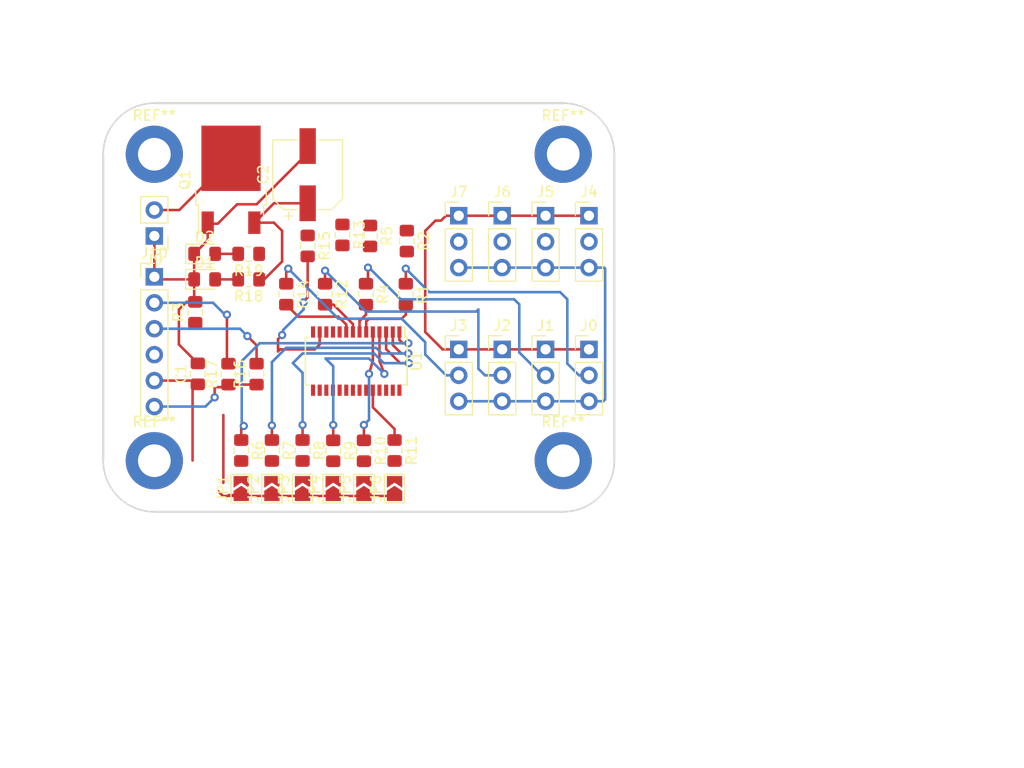
<source format=kicad_pcb>
(kicad_pcb (version 20171130) (host pcbnew 5.0.1-33cea8e~66~ubuntu18.04.1)

  (general
    (thickness 1.6)
    (drawings 12)
    (tracks 198)
    (zones 0)
    (modules 45)
    (nets 41)
  )

  (page A4)
  (layers
    (0 F.Cu signal)
    (31 B.Cu signal)
    (32 B.Adhes user)
    (33 F.Adhes user)
    (34 B.Paste user)
    (35 F.Paste user)
    (36 B.SilkS user)
    (37 F.SilkS user)
    (38 B.Mask user)
    (39 F.Mask user)
    (40 Dwgs.User user)
    (41 Cmts.User user)
    (42 Eco1.User user)
    (43 Eco2.User user)
    (44 Edge.Cuts user)
    (45 Margin user)
    (46 B.CrtYd user)
    (47 F.CrtYd user)
    (48 B.Fab user)
    (49 F.Fab user)
  )

  (setup
    (last_trace_width 0.25)
    (trace_clearance 0.2)
    (zone_clearance 0.508)
    (zone_45_only no)
    (trace_min 0.2)
    (segment_width 0.2)
    (edge_width 0.15)
    (via_size 0.8)
    (via_drill 0.4)
    (via_min_size 0.4)
    (via_min_drill 0.3)
    (uvia_size 0.3)
    (uvia_drill 0.1)
    (uvias_allowed no)
    (uvia_min_size 0.2)
    (uvia_min_drill 0.1)
    (pcb_text_width 0.3)
    (pcb_text_size 1.5 1.5)
    (mod_edge_width 0.15)
    (mod_text_size 1 1)
    (mod_text_width 0.15)
    (pad_size 1.524 1.524)
    (pad_drill 0.762)
    (pad_to_mask_clearance 0.051)
    (solder_mask_min_width 0.25)
    (aux_axis_origin 0 0)
    (visible_elements FFFFFF7F)
    (pcbplotparams
      (layerselection 0x010fc_ffffffff)
      (usegerberextensions false)
      (usegerberattributes false)
      (usegerberadvancedattributes false)
      (creategerberjobfile false)
      (excludeedgelayer true)
      (linewidth 0.100000)
      (plotframeref false)
      (viasonmask false)
      (mode 1)
      (useauxorigin false)
      (hpglpennumber 1)
      (hpglpenspeed 20)
      (hpglpendiameter 15.000000)
      (psnegative false)
      (psa4output false)
      (plotreference true)
      (plotvalue true)
      (plotinvisibletext false)
      (padsonsilk false)
      (subtractmaskfromsilk false)
      (outputformat 1)
      (mirror false)
      (drillshape 1)
      (scaleselection 1)
      (outputdirectory ""))
  )

  (net 0 "")
  (net 1 /A3)
  (net 2 GND)
  (net 3 /SCL)
  (net 4 +5V)
  (net 5 /SDA)
  (net 6 /PWM7)
  (net 7 "Net-(J7-Pad2)")
  (net 8 /PWM3)
  (net 9 /PWM6)
  (net 10 "Net-(J6-Pad2)")
  (net 11 "Net-(J5-Pad2)")
  (net 12 /PWM2)
  (net 13 /A5)
  (net 14 /A4)
  (net 15 /A2)
  (net 16 /A1)
  (net 17 /A0)
  (net 18 "Net-(J4-Pad2)")
  (net 19 /PWM5)
  (net 20 /PWM1)
  (net 21 "Net-(J3-Pad2)")
  (net 22 "Net-(R3-Pad1)")
  (net 23 /PWM4)
  (net 24 "Net-(J2-Pad2)")
  (net 25 "Net-(J1-Pad2)")
  (net 26 /PWM0)
  (net 27 "Net-(J9-Pad2)")
  (net 28 /PWM8)
  (net 29 /PWM9)
  (net 30 /PWM10)
  (net 31 /PWM11)
  (net 32 /PWM12)
  (net 33 /PWM13)
  (net 34 /PWM14)
  (net 35 /PWM15)
  (net 36 VCC)
  (net 37 /OE)
  (net 38 "Net-(D2-Pad2)")
  (net 39 "Net-(D1-Pad2)")
  (net 40 "Net-(J0-Pad2)")

  (net_class Default "This is the default net class."
    (clearance 0.2)
    (trace_width 0.25)
    (via_dia 0.8)
    (via_drill 0.4)
    (uvia_dia 0.3)
    (uvia_drill 0.1)
    (add_net +5V)
    (add_net /A0)
    (add_net /A1)
    (add_net /A2)
    (add_net /A3)
    (add_net /A4)
    (add_net /A5)
    (add_net /OE)
    (add_net /PWM0)
    (add_net /PWM1)
    (add_net /PWM10)
    (add_net /PWM11)
    (add_net /PWM12)
    (add_net /PWM13)
    (add_net /PWM14)
    (add_net /PWM15)
    (add_net /PWM2)
    (add_net /PWM3)
    (add_net /PWM4)
    (add_net /PWM5)
    (add_net /PWM6)
    (add_net /PWM7)
    (add_net /PWM8)
    (add_net /PWM9)
    (add_net /SCL)
    (add_net /SDA)
    (add_net GND)
    (add_net "Net-(D1-Pad2)")
    (add_net "Net-(D2-Pad2)")
    (add_net "Net-(J0-Pad2)")
    (add_net "Net-(J1-Pad2)")
    (add_net "Net-(J2-Pad2)")
    (add_net "Net-(J3-Pad2)")
    (add_net "Net-(J4-Pad2)")
    (add_net "Net-(J5-Pad2)")
    (add_net "Net-(J6-Pad2)")
    (add_net "Net-(J7-Pad2)")
    (add_net "Net-(J9-Pad2)")
    (add_net "Net-(R3-Pad1)")
    (add_net VCC)
  )

  (module Connector_PinHeader_2.54mm:PinHeader_1x03_P2.54mm_Vertical locked (layer F.Cu) (tedit 59FED5CC) (tstamp 5BDD9111)
    (at 57.52 34.1)
    (descr "Through hole straight pin header, 1x03, 2.54mm pitch, single row")
    (tags "Through hole pin header THT 1x03 2.54mm single row")
    (path /5BCB4298)
    (fp_text reference J0 (at 0 -2.33) (layer F.SilkS)
      (effects (font (size 1 1) (thickness 0.15)))
    )
    (fp_text value PWM0 (at 0 7.41) (layer F.Fab)
      (effects (font (size 1 1) (thickness 0.15)))
    )
    (fp_line (start -0.635 -1.27) (end 1.27 -1.27) (layer F.Fab) (width 0.1))
    (fp_line (start 1.27 -1.27) (end 1.27 6.35) (layer F.Fab) (width 0.1))
    (fp_line (start 1.27 6.35) (end -1.27 6.35) (layer F.Fab) (width 0.1))
    (fp_line (start -1.27 6.35) (end -1.27 -0.635) (layer F.Fab) (width 0.1))
    (fp_line (start -1.27 -0.635) (end -0.635 -1.27) (layer F.Fab) (width 0.1))
    (fp_line (start -1.33 6.41) (end 1.33 6.41) (layer F.SilkS) (width 0.12))
    (fp_line (start -1.33 1.27) (end -1.33 6.41) (layer F.SilkS) (width 0.12))
    (fp_line (start 1.33 1.27) (end 1.33 6.41) (layer F.SilkS) (width 0.12))
    (fp_line (start -1.33 1.27) (end 1.33 1.27) (layer F.SilkS) (width 0.12))
    (fp_line (start -1.33 0) (end -1.33 -1.33) (layer F.SilkS) (width 0.12))
    (fp_line (start -1.33 -1.33) (end 0 -1.33) (layer F.SilkS) (width 0.12))
    (fp_line (start -1.8 -1.8) (end -1.8 6.85) (layer F.CrtYd) (width 0.05))
    (fp_line (start -1.8 6.85) (end 1.8 6.85) (layer F.CrtYd) (width 0.05))
    (fp_line (start 1.8 6.85) (end 1.8 -1.8) (layer F.CrtYd) (width 0.05))
    (fp_line (start 1.8 -1.8) (end -1.8 -1.8) (layer F.CrtYd) (width 0.05))
    (fp_text user %R (at 0 2.54 90) (layer F.Fab)
      (effects (font (size 1 1) (thickness 0.15)))
    )
    (pad 1 thru_hole rect (at 0 0) (size 1.7 1.7) (drill 1) (layers *.Cu *.Mask)
      (net 2 GND))
    (pad 2 thru_hole oval (at 0 2.54) (size 1.7 1.7) (drill 1) (layers *.Cu *.Mask)
      (net 40 "Net-(J0-Pad2)"))
    (pad 3 thru_hole oval (at 0 5.08) (size 1.7 1.7) (drill 1) (layers *.Cu *.Mask)
      (net 4 +5V))
    (model ${KISYS3DMOD}/Connector_PinHeader_2.54mm.3dshapes/PinHeader_1x03_P2.54mm_Vertical.wrl
      (at (xyz 0 0 0))
      (scale (xyz 1 1 1))
      (rotate (xyz 0 0 0))
    )
  )

  (module LED_SMD:LED_0805_2012Metric_Pad1.15x1.40mm_HandSolder (layer F.Cu) (tedit 5B4B45C9) (tstamp 5BDD65C1)
    (at 19.920001 27.25)
    (descr "LED SMD 0805 (2012 Metric), square (rectangular) end terminal, IPC_7351 nominal, (Body size source: https://docs.google.com/spreadsheets/d/1BsfQQcO9C6DZCsRaXUlFlo91Tg2WpOkGARC1WS5S8t0/edit?usp=sharing), generated with kicad-footprint-generator")
    (tags "LED handsolder")
    (path /5BCDE542)
    (attr smd)
    (fp_text reference D1 (at 0 -1.65) (layer F.SilkS)
      (effects (font (size 1 1) (thickness 0.15)))
    )
    (fp_text value LED_GREEN (at 0 1.65) (layer F.Fab)
      (effects (font (size 1 1) (thickness 0.15)))
    )
    (fp_text user %R (at 0 0) (layer F.Fab)
      (effects (font (size 0.5 0.5) (thickness 0.08)))
    )
    (fp_line (start 1.85 0.95) (end -1.85 0.95) (layer F.CrtYd) (width 0.05))
    (fp_line (start 1.85 -0.95) (end 1.85 0.95) (layer F.CrtYd) (width 0.05))
    (fp_line (start -1.85 -0.95) (end 1.85 -0.95) (layer F.CrtYd) (width 0.05))
    (fp_line (start -1.85 0.95) (end -1.85 -0.95) (layer F.CrtYd) (width 0.05))
    (fp_line (start -1.86 0.96) (end 1 0.96) (layer F.SilkS) (width 0.12))
    (fp_line (start -1.86 -0.96) (end -1.86 0.96) (layer F.SilkS) (width 0.12))
    (fp_line (start 1 -0.96) (end -1.86 -0.96) (layer F.SilkS) (width 0.12))
    (fp_line (start 1 0.6) (end 1 -0.6) (layer F.Fab) (width 0.1))
    (fp_line (start -1 0.6) (end 1 0.6) (layer F.Fab) (width 0.1))
    (fp_line (start -1 -0.3) (end -1 0.6) (layer F.Fab) (width 0.1))
    (fp_line (start -0.7 -0.6) (end -1 -0.3) (layer F.Fab) (width 0.1))
    (fp_line (start 1 -0.6) (end -0.7 -0.6) (layer F.Fab) (width 0.1))
    (pad 2 smd roundrect (at 1.025 0) (size 1.15 1.4) (layers F.Cu F.Paste F.Mask) (roundrect_rratio 0.217391)
      (net 39 "Net-(D1-Pad2)"))
    (pad 1 smd roundrect (at -1.025 0) (size 1.15 1.4) (layers F.Cu F.Paste F.Mask) (roundrect_rratio 0.217391)
      (net 2 GND))
    (model ${KISYS3DMOD}/LED_SMD.3dshapes/LED_0805_2012Metric.wrl
      (at (xyz 0 0 0))
      (scale (xyz 1 1 1))
      (rotate (xyz 0 0 0))
    )
  )

  (module LED_SMD:LED_0805_2012Metric_Pad1.15x1.40mm_HandSolder (layer F.Cu) (tedit 5B4B45C9) (tstamp 5BDD65AE)
    (at 19.920001 24.75)
    (descr "LED SMD 0805 (2012 Metric), square (rectangular) end terminal, IPC_7351 nominal, (Body size source: https://docs.google.com/spreadsheets/d/1BsfQQcO9C6DZCsRaXUlFlo91Tg2WpOkGARC1WS5S8t0/edit?usp=sharing), generated with kicad-footprint-generator")
    (tags "LED handsolder")
    (path /5BCECCD9)
    (attr smd)
    (fp_text reference D2 (at 0 -1.65) (layer F.SilkS)
      (effects (font (size 1 1) (thickness 0.15)))
    )
    (fp_text value LED_BLUE (at 0 1.65) (layer F.Fab)
      (effects (font (size 1 1) (thickness 0.15)))
    )
    (fp_line (start 1 -0.6) (end -0.7 -0.6) (layer F.Fab) (width 0.1))
    (fp_line (start -0.7 -0.6) (end -1 -0.3) (layer F.Fab) (width 0.1))
    (fp_line (start -1 -0.3) (end -1 0.6) (layer F.Fab) (width 0.1))
    (fp_line (start -1 0.6) (end 1 0.6) (layer F.Fab) (width 0.1))
    (fp_line (start 1 0.6) (end 1 -0.6) (layer F.Fab) (width 0.1))
    (fp_line (start 1 -0.96) (end -1.86 -0.96) (layer F.SilkS) (width 0.12))
    (fp_line (start -1.86 -0.96) (end -1.86 0.96) (layer F.SilkS) (width 0.12))
    (fp_line (start -1.86 0.96) (end 1 0.96) (layer F.SilkS) (width 0.12))
    (fp_line (start -1.85 0.95) (end -1.85 -0.95) (layer F.CrtYd) (width 0.05))
    (fp_line (start -1.85 -0.95) (end 1.85 -0.95) (layer F.CrtYd) (width 0.05))
    (fp_line (start 1.85 -0.95) (end 1.85 0.95) (layer F.CrtYd) (width 0.05))
    (fp_line (start 1.85 0.95) (end -1.85 0.95) (layer F.CrtYd) (width 0.05))
    (fp_text user %R (at 0 0) (layer F.Fab)
      (effects (font (size 0.5 0.5) (thickness 0.08)))
    )
    (pad 1 smd roundrect (at -1.025 0) (size 1.15 1.4) (layers F.Cu F.Paste F.Mask) (roundrect_rratio 0.217391)
      (net 2 GND))
    (pad 2 smd roundrect (at 1.025 0) (size 1.15 1.4) (layers F.Cu F.Paste F.Mask) (roundrect_rratio 0.217391)
      (net 38 "Net-(D2-Pad2)"))
    (model ${KISYS3DMOD}/LED_SMD.3dshapes/LED_0805_2012Metric.wrl
      (at (xyz 0 0 0))
      (scale (xyz 1 1 1))
      (rotate (xyz 0 0 0))
    )
  )

  (module Resistor_SMD:R_0805_2012Metric_Pad1.15x1.40mm_HandSolder (layer F.Cu) (tedit 5B36C52B) (tstamp 5BDD62F5)
    (at 24.225 27.25 180)
    (descr "Resistor SMD 0805 (2012 Metric), square (rectangular) end terminal, IPC_7351 nominal with elongated pad for handsoldering. (Body size source: https://docs.google.com/spreadsheets/d/1BsfQQcO9C6DZCsRaXUlFlo91Tg2WpOkGARC1WS5S8t0/edit?usp=sharing), generated with kicad-footprint-generator")
    (tags "resistor handsolder")
    (path /5BCDE12F)
    (attr smd)
    (fp_text reference R18 (at 0 -1.65 180) (layer F.SilkS)
      (effects (font (size 1 1) (thickness 0.15)))
    )
    (fp_text value R102 (at 0 1.65 180) (layer F.Fab)
      (effects (font (size 1 1) (thickness 0.15)))
    )
    (fp_text user %R (at 0 0 180) (layer F.Fab)
      (effects (font (size 0.5 0.5) (thickness 0.08)))
    )
    (fp_line (start 1.85 0.95) (end -1.85 0.95) (layer F.CrtYd) (width 0.05))
    (fp_line (start 1.85 -0.95) (end 1.85 0.95) (layer F.CrtYd) (width 0.05))
    (fp_line (start -1.85 -0.95) (end 1.85 -0.95) (layer F.CrtYd) (width 0.05))
    (fp_line (start -1.85 0.95) (end -1.85 -0.95) (layer F.CrtYd) (width 0.05))
    (fp_line (start -0.261252 0.71) (end 0.261252 0.71) (layer F.SilkS) (width 0.12))
    (fp_line (start -0.261252 -0.71) (end 0.261252 -0.71) (layer F.SilkS) (width 0.12))
    (fp_line (start 1 0.6) (end -1 0.6) (layer F.Fab) (width 0.1))
    (fp_line (start 1 -0.6) (end 1 0.6) (layer F.Fab) (width 0.1))
    (fp_line (start -1 -0.6) (end 1 -0.6) (layer F.Fab) (width 0.1))
    (fp_line (start -1 0.6) (end -1 -0.6) (layer F.Fab) (width 0.1))
    (pad 2 smd roundrect (at 1.025 0 180) (size 1.15 1.4) (layers F.Cu F.Paste F.Mask) (roundrect_rratio 0.217391)
      (net 39 "Net-(D1-Pad2)"))
    (pad 1 smd roundrect (at -1.025 0 180) (size 1.15 1.4) (layers F.Cu F.Paste F.Mask) (roundrect_rratio 0.217391)
      (net 4 +5V))
    (model ${KISYS3DMOD}/Resistor_SMD.3dshapes/R_0805_2012Metric.wrl
      (at (xyz 0 0 0))
      (scale (xyz 1 1 1))
      (rotate (xyz 0 0 0))
    )
  )

  (module Resistor_SMD:R_0805_2012Metric_Pad1.15x1.40mm_HandSolder (layer F.Cu) (tedit 5B36C52B) (tstamp 5BDD62E4)
    (at 24.225 24.75 180)
    (descr "Resistor SMD 0805 (2012 Metric), square (rectangular) end terminal, IPC_7351 nominal with elongated pad for handsoldering. (Body size source: https://docs.google.com/spreadsheets/d/1BsfQQcO9C6DZCsRaXUlFlo91Tg2WpOkGARC1WS5S8t0/edit?usp=sharing), generated with kicad-footprint-generator")
    (tags "resistor handsolder")
    (path /5BCECB85)
    (attr smd)
    (fp_text reference R19 (at 0 -1.65 180) (layer F.SilkS)
      (effects (font (size 1 1) (thickness 0.15)))
    )
    (fp_text value R102 (at 0 1.65 180) (layer F.Fab)
      (effects (font (size 1 1) (thickness 0.15)))
    )
    (fp_line (start -1 0.6) (end -1 -0.6) (layer F.Fab) (width 0.1))
    (fp_line (start -1 -0.6) (end 1 -0.6) (layer F.Fab) (width 0.1))
    (fp_line (start 1 -0.6) (end 1 0.6) (layer F.Fab) (width 0.1))
    (fp_line (start 1 0.6) (end -1 0.6) (layer F.Fab) (width 0.1))
    (fp_line (start -0.261252 -0.71) (end 0.261252 -0.71) (layer F.SilkS) (width 0.12))
    (fp_line (start -0.261252 0.71) (end 0.261252 0.71) (layer F.SilkS) (width 0.12))
    (fp_line (start -1.85 0.95) (end -1.85 -0.95) (layer F.CrtYd) (width 0.05))
    (fp_line (start -1.85 -0.95) (end 1.85 -0.95) (layer F.CrtYd) (width 0.05))
    (fp_line (start 1.85 -0.95) (end 1.85 0.95) (layer F.CrtYd) (width 0.05))
    (fp_line (start 1.85 0.95) (end -1.85 0.95) (layer F.CrtYd) (width 0.05))
    (fp_text user %R (at 0 0 180) (layer F.Fab)
      (effects (font (size 0.5 0.5) (thickness 0.08)))
    )
    (pad 1 smd roundrect (at -1.025 0 180) (size 1.15 1.4) (layers F.Cu F.Paste F.Mask) (roundrect_rratio 0.217391)
      (net 36 VCC))
    (pad 2 smd roundrect (at 1.025 0 180) (size 1.15 1.4) (layers F.Cu F.Paste F.Mask) (roundrect_rratio 0.217391)
      (net 38 "Net-(D2-Pad2)"))
    (model ${KISYS3DMOD}/Resistor_SMD.3dshapes/R_0805_2012Metric.wrl
      (at (xyz 0 0 0))
      (scale (xyz 1 1 1))
      (rotate (xyz 0 0 0))
    )
  )

  (module Capacitor_SMD:CP_Elec_6.3x5.2 (layer F.Cu) (tedit 5B3026A2) (tstamp 5BDD1A2C)
    (at 30 17 90)
    (descr "SMT capacitor, aluminium electrolytic, 6.3x5.2, United Chemi-Con ")
    (tags "Capacitor Electrolytic")
    (path /5BC8C19F)
    (attr smd)
    (fp_text reference C2 (at 0 -4.35 90) (layer F.SilkS)
      (effects (font (size 1 1) (thickness 0.15)))
    )
    (fp_text value CP100uf,10V (at 0 4.35 90) (layer F.Fab)
      (effects (font (size 1 1) (thickness 0.15)))
    )
    (fp_circle (center 0 0) (end 3.15 0) (layer F.Fab) (width 0.1))
    (fp_line (start 3.3 -3.3) (end 3.3 3.3) (layer F.Fab) (width 0.1))
    (fp_line (start -2.3 -3.3) (end 3.3 -3.3) (layer F.Fab) (width 0.1))
    (fp_line (start -2.3 3.3) (end 3.3 3.3) (layer F.Fab) (width 0.1))
    (fp_line (start -3.3 -2.3) (end -3.3 2.3) (layer F.Fab) (width 0.1))
    (fp_line (start -3.3 -2.3) (end -2.3 -3.3) (layer F.Fab) (width 0.1))
    (fp_line (start -3.3 2.3) (end -2.3 3.3) (layer F.Fab) (width 0.1))
    (fp_line (start -2.704838 -1.33) (end -2.074838 -1.33) (layer F.Fab) (width 0.1))
    (fp_line (start -2.389838 -1.645) (end -2.389838 -1.015) (layer F.Fab) (width 0.1))
    (fp_line (start 3.41 3.41) (end 3.41 1.06) (layer F.SilkS) (width 0.12))
    (fp_line (start 3.41 -3.41) (end 3.41 -1.06) (layer F.SilkS) (width 0.12))
    (fp_line (start -2.345563 -3.41) (end 3.41 -3.41) (layer F.SilkS) (width 0.12))
    (fp_line (start -2.345563 3.41) (end 3.41 3.41) (layer F.SilkS) (width 0.12))
    (fp_line (start -3.41 2.345563) (end -3.41 1.06) (layer F.SilkS) (width 0.12))
    (fp_line (start -3.41 -2.345563) (end -3.41 -1.06) (layer F.SilkS) (width 0.12))
    (fp_line (start -3.41 -2.345563) (end -2.345563 -3.41) (layer F.SilkS) (width 0.12))
    (fp_line (start -3.41 2.345563) (end -2.345563 3.41) (layer F.SilkS) (width 0.12))
    (fp_line (start -4.4375 -1.8475) (end -3.65 -1.8475) (layer F.SilkS) (width 0.12))
    (fp_line (start -4.04375 -2.24125) (end -4.04375 -1.45375) (layer F.SilkS) (width 0.12))
    (fp_line (start 3.55 -3.55) (end 3.55 -1.05) (layer F.CrtYd) (width 0.05))
    (fp_line (start 3.55 -1.05) (end 4.8 -1.05) (layer F.CrtYd) (width 0.05))
    (fp_line (start 4.8 -1.05) (end 4.8 1.05) (layer F.CrtYd) (width 0.05))
    (fp_line (start 4.8 1.05) (end 3.55 1.05) (layer F.CrtYd) (width 0.05))
    (fp_line (start 3.55 1.05) (end 3.55 3.55) (layer F.CrtYd) (width 0.05))
    (fp_line (start -2.4 3.55) (end 3.55 3.55) (layer F.CrtYd) (width 0.05))
    (fp_line (start -2.4 -3.55) (end 3.55 -3.55) (layer F.CrtYd) (width 0.05))
    (fp_line (start -3.55 2.4) (end -2.4 3.55) (layer F.CrtYd) (width 0.05))
    (fp_line (start -3.55 -2.4) (end -2.4 -3.55) (layer F.CrtYd) (width 0.05))
    (fp_line (start -3.55 -2.4) (end -3.55 -1.05) (layer F.CrtYd) (width 0.05))
    (fp_line (start -3.55 1.05) (end -3.55 2.4) (layer F.CrtYd) (width 0.05))
    (fp_line (start -3.55 -1.05) (end -4.8 -1.05) (layer F.CrtYd) (width 0.05))
    (fp_line (start -4.8 -1.05) (end -4.8 1.05) (layer F.CrtYd) (width 0.05))
    (fp_line (start -4.8 1.05) (end -3.55 1.05) (layer F.CrtYd) (width 0.05))
    (fp_text user %R (at 0 0 90) (layer F.Fab)
      (effects (font (size 1 1) (thickness 0.15)))
    )
    (pad 1 smd rect (at -2.8 0 90) (size 3.5 1.6) (layers F.Cu F.Paste F.Mask)
      (net 4 +5V))
    (pad 2 smd rect (at 2.8 0 90) (size 3.5 1.6) (layers F.Cu F.Paste F.Mask)
      (net 2 GND))
    (model ${KISYS3DMOD}/Capacitor_SMD.3dshapes/CP_Elec_6.3x5.2.wrl
      (at (xyz 0 0 0))
      (scale (xyz 1 1 1))
      (rotate (xyz 0 0 0))
    )
  )

  (module Capacitor_SMD:C_0805_2012Metric_Pad1.15x1.40mm_HandSolder (layer F.Cu) (tedit 5B36C52B) (tstamp 5BDD1A04)
    (at 19.25 36.5 90)
    (descr "Capacitor SMD 0805 (2012 Metric), square (rectangular) end terminal, IPC_7351 nominal with elongated pad for handsoldering. (Body size source: https://docs.google.com/spreadsheets/d/1BsfQQcO9C6DZCsRaXUlFlo91Tg2WpOkGARC1WS5S8t0/edit?usp=sharing), generated with kicad-footprint-generator")
    (tags "capacitor handsolder")
    (path /5BC78FCE)
    (attr smd)
    (fp_text reference C1 (at 0 -1.65 90) (layer F.SilkS)
      (effects (font (size 1 1) (thickness 0.15)))
    )
    (fp_text value C106 (at 0 1.65 90) (layer F.Fab)
      (effects (font (size 1 1) (thickness 0.15)))
    )
    (fp_line (start -1 0.6) (end -1 -0.6) (layer F.Fab) (width 0.1))
    (fp_line (start -1 -0.6) (end 1 -0.6) (layer F.Fab) (width 0.1))
    (fp_line (start 1 -0.6) (end 1 0.6) (layer F.Fab) (width 0.1))
    (fp_line (start 1 0.6) (end -1 0.6) (layer F.Fab) (width 0.1))
    (fp_line (start -0.261252 -0.71) (end 0.261252 -0.71) (layer F.SilkS) (width 0.12))
    (fp_line (start -0.261252 0.71) (end 0.261252 0.71) (layer F.SilkS) (width 0.12))
    (fp_line (start -1.85 0.95) (end -1.85 -0.95) (layer F.CrtYd) (width 0.05))
    (fp_line (start -1.85 -0.95) (end 1.85 -0.95) (layer F.CrtYd) (width 0.05))
    (fp_line (start 1.85 -0.95) (end 1.85 0.95) (layer F.CrtYd) (width 0.05))
    (fp_line (start 1.85 0.95) (end -1.85 0.95) (layer F.CrtYd) (width 0.05))
    (fp_text user %R (at 0 0 90) (layer F.Fab)
      (effects (font (size 0.5 0.5) (thickness 0.08)))
    )
    (pad 1 smd roundrect (at -1.025 0 90) (size 1.15 1.4) (layers F.Cu F.Paste F.Mask) (roundrect_rratio 0.217391)
      (net 36 VCC))
    (pad 2 smd roundrect (at 1.025 0 90) (size 1.15 1.4) (layers F.Cu F.Paste F.Mask) (roundrect_rratio 0.217391)
      (net 2 GND))
    (model ${KISYS3DMOD}/Capacitor_SMD.3dshapes/C_0805_2012Metric.wrl
      (at (xyz 0 0 0))
      (scale (xyz 1 1 1))
      (rotate (xyz 0 0 0))
    )
  )

  (module Connector_PinHeader_2.54mm:PinHeader_1x02_P2.54mm_Vertical (layer F.Cu) (tedit 59FED5CC) (tstamp 5BDD316B)
    (at 15 23 180)
    (descr "Through hole straight pin header, 1x02, 2.54mm pitch, single row")
    (tags "Through hole pin header THT 1x02 2.54mm single row")
    (path /5BC83800)
    (fp_text reference J9 (at 0 -2.33 180) (layer F.SilkS)
      (effects (font (size 1 1) (thickness 0.15)))
    )
    (fp_text value Conn_01x02 (at 0 4.87 180) (layer F.Fab)
      (effects (font (size 1 1) (thickness 0.15)))
    )
    (fp_line (start -0.635 -1.27) (end 1.27 -1.27) (layer F.Fab) (width 0.1))
    (fp_line (start 1.27 -1.27) (end 1.27 3.81) (layer F.Fab) (width 0.1))
    (fp_line (start 1.27 3.81) (end -1.27 3.81) (layer F.Fab) (width 0.1))
    (fp_line (start -1.27 3.81) (end -1.27 -0.635) (layer F.Fab) (width 0.1))
    (fp_line (start -1.27 -0.635) (end -0.635 -1.27) (layer F.Fab) (width 0.1))
    (fp_line (start -1.33 3.87) (end 1.33 3.87) (layer F.SilkS) (width 0.12))
    (fp_line (start -1.33 1.27) (end -1.33 3.87) (layer F.SilkS) (width 0.12))
    (fp_line (start 1.33 1.27) (end 1.33 3.87) (layer F.SilkS) (width 0.12))
    (fp_line (start -1.33 1.27) (end 1.33 1.27) (layer F.SilkS) (width 0.12))
    (fp_line (start -1.33 0) (end -1.33 -1.33) (layer F.SilkS) (width 0.12))
    (fp_line (start -1.33 -1.33) (end 0 -1.33) (layer F.SilkS) (width 0.12))
    (fp_line (start -1.8 -1.8) (end -1.8 4.35) (layer F.CrtYd) (width 0.05))
    (fp_line (start -1.8 4.35) (end 1.8 4.35) (layer F.CrtYd) (width 0.05))
    (fp_line (start 1.8 4.35) (end 1.8 -1.8) (layer F.CrtYd) (width 0.05))
    (fp_line (start 1.8 -1.8) (end -1.8 -1.8) (layer F.CrtYd) (width 0.05))
    (fp_text user %R (at 0 1.27 270) (layer F.Fab)
      (effects (font (size 1 1) (thickness 0.15)))
    )
    (pad 1 thru_hole rect (at 0 0 180) (size 1.7 1.7) (drill 1) (layers *.Cu *.Mask)
      (net 2 GND))
    (pad 2 thru_hole oval (at 0 2.54 180) (size 1.7 1.7) (drill 1) (layers *.Cu *.Mask)
      (net 27 "Net-(J9-Pad2)"))
    (model ${KISYS3DMOD}/Connector_PinHeader_2.54mm.3dshapes/PinHeader_1x02_P2.54mm_Vertical.wrl
      (at (xyz 0 0 0))
      (scale (xyz 1 1 1))
      (rotate (xyz 0 0 0))
    )
  )

  (module Connector_PinHeader_2.54mm:PinHeader_1x03_P2.54mm_Vertical locked (layer F.Cu) (tedit 59FED5CC) (tstamp 5BDD19DD)
    (at 44.78 21.02)
    (descr "Through hole straight pin header, 1x03, 2.54mm pitch, single row")
    (tags "Through hole pin header THT 1x03 2.54mm single row")
    (path /5BCC947E)
    (fp_text reference J7 (at 0 -2.33) (layer F.SilkS)
      (effects (font (size 1 1) (thickness 0.15)))
    )
    (fp_text value PWM7 (at 0 7.41) (layer F.Fab)
      (effects (font (size 1 1) (thickness 0.15)))
    )
    (fp_text user %R (at 0 2.54 90) (layer F.Fab)
      (effects (font (size 1 1) (thickness 0.15)))
    )
    (fp_line (start 1.8 -1.8) (end -1.8 -1.8) (layer F.CrtYd) (width 0.05))
    (fp_line (start 1.8 6.85) (end 1.8 -1.8) (layer F.CrtYd) (width 0.05))
    (fp_line (start -1.8 6.85) (end 1.8 6.85) (layer F.CrtYd) (width 0.05))
    (fp_line (start -1.8 -1.8) (end -1.8 6.85) (layer F.CrtYd) (width 0.05))
    (fp_line (start -1.33 -1.33) (end 0 -1.33) (layer F.SilkS) (width 0.12))
    (fp_line (start -1.33 0) (end -1.33 -1.33) (layer F.SilkS) (width 0.12))
    (fp_line (start -1.33 1.27) (end 1.33 1.27) (layer F.SilkS) (width 0.12))
    (fp_line (start 1.33 1.27) (end 1.33 6.41) (layer F.SilkS) (width 0.12))
    (fp_line (start -1.33 1.27) (end -1.33 6.41) (layer F.SilkS) (width 0.12))
    (fp_line (start -1.33 6.41) (end 1.33 6.41) (layer F.SilkS) (width 0.12))
    (fp_line (start -1.27 -0.635) (end -0.635 -1.27) (layer F.Fab) (width 0.1))
    (fp_line (start -1.27 6.35) (end -1.27 -0.635) (layer F.Fab) (width 0.1))
    (fp_line (start 1.27 6.35) (end -1.27 6.35) (layer F.Fab) (width 0.1))
    (fp_line (start 1.27 -1.27) (end 1.27 6.35) (layer F.Fab) (width 0.1))
    (fp_line (start -0.635 -1.27) (end 1.27 -1.27) (layer F.Fab) (width 0.1))
    (pad 3 thru_hole oval (at 0 5.08) (size 1.7 1.7) (drill 1) (layers *.Cu *.Mask)
      (net 4 +5V))
    (pad 2 thru_hole oval (at 0 2.54) (size 1.7 1.7) (drill 1) (layers *.Cu *.Mask)
      (net 7 "Net-(J7-Pad2)"))
    (pad 1 thru_hole rect (at 0 0) (size 1.7 1.7) (drill 1) (layers *.Cu *.Mask)
      (net 2 GND))
    (model ${KISYS3DMOD}/Connector_PinHeader_2.54mm.3dshapes/PinHeader_1x03_P2.54mm_Vertical.wrl
      (at (xyz 0 0 0))
      (scale (xyz 1 1 1))
      (rotate (xyz 0 0 0))
    )
  )

  (module Connector_PinHeader_2.54mm:PinHeader_1x03_P2.54mm_Vertical locked (layer F.Cu) (tedit 59FED5CC) (tstamp 5BDD19C6)
    (at 53.273332 34.1)
    (descr "Through hole straight pin header, 1x03, 2.54mm pitch, single row")
    (tags "Through hole pin header THT 1x03 2.54mm single row")
    (path /5BCC31F3)
    (fp_text reference J1 (at 0 -2.33) (layer F.SilkS)
      (effects (font (size 1 1) (thickness 0.15)))
    )
    (fp_text value PWM1 (at 0 7.41) (layer F.Fab)
      (effects (font (size 1 1) (thickness 0.15)))
    )
    (fp_line (start -0.635 -1.27) (end 1.27 -1.27) (layer F.Fab) (width 0.1))
    (fp_line (start 1.27 -1.27) (end 1.27 6.35) (layer F.Fab) (width 0.1))
    (fp_line (start 1.27 6.35) (end -1.27 6.35) (layer F.Fab) (width 0.1))
    (fp_line (start -1.27 6.35) (end -1.27 -0.635) (layer F.Fab) (width 0.1))
    (fp_line (start -1.27 -0.635) (end -0.635 -1.27) (layer F.Fab) (width 0.1))
    (fp_line (start -1.33 6.41) (end 1.33 6.41) (layer F.SilkS) (width 0.12))
    (fp_line (start -1.33 1.27) (end -1.33 6.41) (layer F.SilkS) (width 0.12))
    (fp_line (start 1.33 1.27) (end 1.33 6.41) (layer F.SilkS) (width 0.12))
    (fp_line (start -1.33 1.27) (end 1.33 1.27) (layer F.SilkS) (width 0.12))
    (fp_line (start -1.33 0) (end -1.33 -1.33) (layer F.SilkS) (width 0.12))
    (fp_line (start -1.33 -1.33) (end 0 -1.33) (layer F.SilkS) (width 0.12))
    (fp_line (start -1.8 -1.8) (end -1.8 6.85) (layer F.CrtYd) (width 0.05))
    (fp_line (start -1.8 6.85) (end 1.8 6.85) (layer F.CrtYd) (width 0.05))
    (fp_line (start 1.8 6.85) (end 1.8 -1.8) (layer F.CrtYd) (width 0.05))
    (fp_line (start 1.8 -1.8) (end -1.8 -1.8) (layer F.CrtYd) (width 0.05))
    (fp_text user %R (at 0 2.54 90) (layer F.Fab)
      (effects (font (size 1 1) (thickness 0.15)))
    )
    (pad 1 thru_hole rect (at 0 0) (size 1.7 1.7) (drill 1) (layers *.Cu *.Mask)
      (net 2 GND))
    (pad 2 thru_hole oval (at 0 2.54) (size 1.7 1.7) (drill 1) (layers *.Cu *.Mask)
      (net 25 "Net-(J1-Pad2)"))
    (pad 3 thru_hole oval (at 0 5.08) (size 1.7 1.7) (drill 1) (layers *.Cu *.Mask)
      (net 4 +5V))
    (model ${KISYS3DMOD}/Connector_PinHeader_2.54mm.3dshapes/PinHeader_1x03_P2.54mm_Vertical.wrl
      (at (xyz 0 0 0))
      (scale (xyz 1 1 1))
      (rotate (xyz 0 0 0))
    )
  )

  (module Connector_PinHeader_2.54mm:PinHeader_1x03_P2.54mm_Vertical locked (layer F.Cu) (tedit 59FED5CC) (tstamp 5BDD19AF)
    (at 44.78 34.1)
    (descr "Through hole straight pin header, 1x03, 2.54mm pitch, single row")
    (tags "Through hole pin header THT 1x03 2.54mm single row")
    (path /5BCC5EA6)
    (fp_text reference J3 (at 0 -2.33) (layer F.SilkS)
      (effects (font (size 1 1) (thickness 0.15)))
    )
    (fp_text value PWM3 (at 0 7.41) (layer F.Fab)
      (effects (font (size 1 1) (thickness 0.15)))
    )
    (fp_text user %R (at 0 2.54 90) (layer F.Fab)
      (effects (font (size 1 1) (thickness 0.15)))
    )
    (fp_line (start 1.8 -1.8) (end -1.8 -1.8) (layer F.CrtYd) (width 0.05))
    (fp_line (start 1.8 6.85) (end 1.8 -1.8) (layer F.CrtYd) (width 0.05))
    (fp_line (start -1.8 6.85) (end 1.8 6.85) (layer F.CrtYd) (width 0.05))
    (fp_line (start -1.8 -1.8) (end -1.8 6.85) (layer F.CrtYd) (width 0.05))
    (fp_line (start -1.33 -1.33) (end 0 -1.33) (layer F.SilkS) (width 0.12))
    (fp_line (start -1.33 0) (end -1.33 -1.33) (layer F.SilkS) (width 0.12))
    (fp_line (start -1.33 1.27) (end 1.33 1.27) (layer F.SilkS) (width 0.12))
    (fp_line (start 1.33 1.27) (end 1.33 6.41) (layer F.SilkS) (width 0.12))
    (fp_line (start -1.33 1.27) (end -1.33 6.41) (layer F.SilkS) (width 0.12))
    (fp_line (start -1.33 6.41) (end 1.33 6.41) (layer F.SilkS) (width 0.12))
    (fp_line (start -1.27 -0.635) (end -0.635 -1.27) (layer F.Fab) (width 0.1))
    (fp_line (start -1.27 6.35) (end -1.27 -0.635) (layer F.Fab) (width 0.1))
    (fp_line (start 1.27 6.35) (end -1.27 6.35) (layer F.Fab) (width 0.1))
    (fp_line (start 1.27 -1.27) (end 1.27 6.35) (layer F.Fab) (width 0.1))
    (fp_line (start -0.635 -1.27) (end 1.27 -1.27) (layer F.Fab) (width 0.1))
    (pad 3 thru_hole oval (at 0 5.08) (size 1.7 1.7) (drill 1) (layers *.Cu *.Mask)
      (net 4 +5V))
    (pad 2 thru_hole oval (at 0 2.54) (size 1.7 1.7) (drill 1) (layers *.Cu *.Mask)
      (net 21 "Net-(J3-Pad2)"))
    (pad 1 thru_hole rect (at 0 0) (size 1.7 1.7) (drill 1) (layers *.Cu *.Mask)
      (net 2 GND))
    (model ${KISYS3DMOD}/Connector_PinHeader_2.54mm.3dshapes/PinHeader_1x03_P2.54mm_Vertical.wrl
      (at (xyz 0 0 0))
      (scale (xyz 1 1 1))
      (rotate (xyz 0 0 0))
    )
  )

  (module Connector_PinHeader_2.54mm:PinHeader_1x03_P2.54mm_Vertical locked (layer F.Cu) (tedit 59FED5CC) (tstamp 5BDD1998)
    (at 57.52 21.02)
    (descr "Through hole straight pin header, 1x03, 2.54mm pitch, single row")
    (tags "Through hole pin header THT 1x03 2.54mm single row")
    (path /5BCC9421)
    (fp_text reference J4 (at 0 -2.33) (layer F.SilkS)
      (effects (font (size 1 1) (thickness 0.15)))
    )
    (fp_text value PWM4 (at 0 7.41) (layer F.Fab)
      (effects (font (size 1 1) (thickness 0.15)))
    )
    (fp_line (start -0.635 -1.27) (end 1.27 -1.27) (layer F.Fab) (width 0.1))
    (fp_line (start 1.27 -1.27) (end 1.27 6.35) (layer F.Fab) (width 0.1))
    (fp_line (start 1.27 6.35) (end -1.27 6.35) (layer F.Fab) (width 0.1))
    (fp_line (start -1.27 6.35) (end -1.27 -0.635) (layer F.Fab) (width 0.1))
    (fp_line (start -1.27 -0.635) (end -0.635 -1.27) (layer F.Fab) (width 0.1))
    (fp_line (start -1.33 6.41) (end 1.33 6.41) (layer F.SilkS) (width 0.12))
    (fp_line (start -1.33 1.27) (end -1.33 6.41) (layer F.SilkS) (width 0.12))
    (fp_line (start 1.33 1.27) (end 1.33 6.41) (layer F.SilkS) (width 0.12))
    (fp_line (start -1.33 1.27) (end 1.33 1.27) (layer F.SilkS) (width 0.12))
    (fp_line (start -1.33 0) (end -1.33 -1.33) (layer F.SilkS) (width 0.12))
    (fp_line (start -1.33 -1.33) (end 0 -1.33) (layer F.SilkS) (width 0.12))
    (fp_line (start -1.8 -1.8) (end -1.8 6.85) (layer F.CrtYd) (width 0.05))
    (fp_line (start -1.8 6.85) (end 1.8 6.85) (layer F.CrtYd) (width 0.05))
    (fp_line (start 1.8 6.85) (end 1.8 -1.8) (layer F.CrtYd) (width 0.05))
    (fp_line (start 1.8 -1.8) (end -1.8 -1.8) (layer F.CrtYd) (width 0.05))
    (fp_text user %R (at 0 2.54 90) (layer F.Fab)
      (effects (font (size 1 1) (thickness 0.15)))
    )
    (pad 1 thru_hole rect (at 0 0) (size 1.7 1.7) (drill 1) (layers *.Cu *.Mask)
      (net 2 GND))
    (pad 2 thru_hole oval (at 0 2.54) (size 1.7 1.7) (drill 1) (layers *.Cu *.Mask)
      (net 18 "Net-(J4-Pad2)"))
    (pad 3 thru_hole oval (at 0 5.08) (size 1.7 1.7) (drill 1) (layers *.Cu *.Mask)
      (net 4 +5V))
    (model ${KISYS3DMOD}/Connector_PinHeader_2.54mm.3dshapes/PinHeader_1x03_P2.54mm_Vertical.wrl
      (at (xyz 0 0 0))
      (scale (xyz 1 1 1))
      (rotate (xyz 0 0 0))
    )
  )

  (module Connector_PinHeader_2.54mm:PinHeader_1x03_P2.54mm_Vertical locked (layer F.Cu) (tedit 59FED5CC) (tstamp 5BDD1981)
    (at 53.273332 21.02)
    (descr "Through hole straight pin header, 1x03, 2.54mm pitch, single row")
    (tags "Through hole pin header THT 1x03 2.54mm single row")
    (path /5BCC9440)
    (fp_text reference J5 (at 0 -2.33) (layer F.SilkS)
      (effects (font (size 1 1) (thickness 0.15)))
    )
    (fp_text value PWM5 (at 0 7.41) (layer F.Fab)
      (effects (font (size 1 1) (thickness 0.15)))
    )
    (fp_text user %R (at 0 2.54 90) (layer F.Fab)
      (effects (font (size 1 1) (thickness 0.15)))
    )
    (fp_line (start 1.8 -1.8) (end -1.8 -1.8) (layer F.CrtYd) (width 0.05))
    (fp_line (start 1.8 6.85) (end 1.8 -1.8) (layer F.CrtYd) (width 0.05))
    (fp_line (start -1.8 6.85) (end 1.8 6.85) (layer F.CrtYd) (width 0.05))
    (fp_line (start -1.8 -1.8) (end -1.8 6.85) (layer F.CrtYd) (width 0.05))
    (fp_line (start -1.33 -1.33) (end 0 -1.33) (layer F.SilkS) (width 0.12))
    (fp_line (start -1.33 0) (end -1.33 -1.33) (layer F.SilkS) (width 0.12))
    (fp_line (start -1.33 1.27) (end 1.33 1.27) (layer F.SilkS) (width 0.12))
    (fp_line (start 1.33 1.27) (end 1.33 6.41) (layer F.SilkS) (width 0.12))
    (fp_line (start -1.33 1.27) (end -1.33 6.41) (layer F.SilkS) (width 0.12))
    (fp_line (start -1.33 6.41) (end 1.33 6.41) (layer F.SilkS) (width 0.12))
    (fp_line (start -1.27 -0.635) (end -0.635 -1.27) (layer F.Fab) (width 0.1))
    (fp_line (start -1.27 6.35) (end -1.27 -0.635) (layer F.Fab) (width 0.1))
    (fp_line (start 1.27 6.35) (end -1.27 6.35) (layer F.Fab) (width 0.1))
    (fp_line (start 1.27 -1.27) (end 1.27 6.35) (layer F.Fab) (width 0.1))
    (fp_line (start -0.635 -1.27) (end 1.27 -1.27) (layer F.Fab) (width 0.1))
    (pad 3 thru_hole oval (at 0 5.08) (size 1.7 1.7) (drill 1) (layers *.Cu *.Mask)
      (net 4 +5V))
    (pad 2 thru_hole oval (at 0 2.54) (size 1.7 1.7) (drill 1) (layers *.Cu *.Mask)
      (net 11 "Net-(J5-Pad2)"))
    (pad 1 thru_hole rect (at 0 0) (size 1.7 1.7) (drill 1) (layers *.Cu *.Mask)
      (net 2 GND))
    (model ${KISYS3DMOD}/Connector_PinHeader_2.54mm.3dshapes/PinHeader_1x03_P2.54mm_Vertical.wrl
      (at (xyz 0 0 0))
      (scale (xyz 1 1 1))
      (rotate (xyz 0 0 0))
    )
  )

  (module Connector_PinHeader_2.54mm:PinHeader_1x03_P2.54mm_Vertical locked (layer F.Cu) (tedit 59FED5CC) (tstamp 5BDD196A)
    (at 49.026666 21.02)
    (descr "Through hole straight pin header, 1x03, 2.54mm pitch, single row")
    (tags "Through hole pin header THT 1x03 2.54mm single row")
    (path /5BCC945F)
    (fp_text reference J6 (at 0 -2.33) (layer F.SilkS)
      (effects (font (size 1 1) (thickness 0.15)))
    )
    (fp_text value PWM6 (at 0 7.41) (layer F.Fab)
      (effects (font (size 1 1) (thickness 0.15)))
    )
    (fp_line (start -0.635 -1.27) (end 1.27 -1.27) (layer F.Fab) (width 0.1))
    (fp_line (start 1.27 -1.27) (end 1.27 6.35) (layer F.Fab) (width 0.1))
    (fp_line (start 1.27 6.35) (end -1.27 6.35) (layer F.Fab) (width 0.1))
    (fp_line (start -1.27 6.35) (end -1.27 -0.635) (layer F.Fab) (width 0.1))
    (fp_line (start -1.27 -0.635) (end -0.635 -1.27) (layer F.Fab) (width 0.1))
    (fp_line (start -1.33 6.41) (end 1.33 6.41) (layer F.SilkS) (width 0.12))
    (fp_line (start -1.33 1.27) (end -1.33 6.41) (layer F.SilkS) (width 0.12))
    (fp_line (start 1.33 1.27) (end 1.33 6.41) (layer F.SilkS) (width 0.12))
    (fp_line (start -1.33 1.27) (end 1.33 1.27) (layer F.SilkS) (width 0.12))
    (fp_line (start -1.33 0) (end -1.33 -1.33) (layer F.SilkS) (width 0.12))
    (fp_line (start -1.33 -1.33) (end 0 -1.33) (layer F.SilkS) (width 0.12))
    (fp_line (start -1.8 -1.8) (end -1.8 6.85) (layer F.CrtYd) (width 0.05))
    (fp_line (start -1.8 6.85) (end 1.8 6.85) (layer F.CrtYd) (width 0.05))
    (fp_line (start 1.8 6.85) (end 1.8 -1.8) (layer F.CrtYd) (width 0.05))
    (fp_line (start 1.8 -1.8) (end -1.8 -1.8) (layer F.CrtYd) (width 0.05))
    (fp_text user %R (at 0 2.54 90) (layer F.Fab)
      (effects (font (size 1 1) (thickness 0.15)))
    )
    (pad 1 thru_hole rect (at 0 0) (size 1.7 1.7) (drill 1) (layers *.Cu *.Mask)
      (net 2 GND))
    (pad 2 thru_hole oval (at 0 2.54) (size 1.7 1.7) (drill 1) (layers *.Cu *.Mask)
      (net 10 "Net-(J6-Pad2)"))
    (pad 3 thru_hole oval (at 0 5.08) (size 1.7 1.7) (drill 1) (layers *.Cu *.Mask)
      (net 4 +5V))
    (model ${KISYS3DMOD}/Connector_PinHeader_2.54mm.3dshapes/PinHeader_1x03_P2.54mm_Vertical.wrl
      (at (xyz 0 0 0))
      (scale (xyz 1 1 1))
      (rotate (xyz 0 0 0))
    )
  )

  (module Connector_PinHeader_2.54mm:PinHeader_1x03_P2.54mm_Vertical locked (layer F.Cu) (tedit 59FED5CC) (tstamp 5BDD193C)
    (at 49.026666 34.1)
    (descr "Through hole straight pin header, 1x03, 2.54mm pitch, single row")
    (tags "Through hole pin header THT 1x03 2.54mm single row")
    (path /5BCC5E87)
    (fp_text reference J2 (at 0 -2.33) (layer F.SilkS)
      (effects (font (size 1 1) (thickness 0.15)))
    )
    (fp_text value PWM2 (at 0 7.41) (layer F.Fab)
      (effects (font (size 1 1) (thickness 0.15)))
    )
    (fp_line (start -0.635 -1.27) (end 1.27 -1.27) (layer F.Fab) (width 0.1))
    (fp_line (start 1.27 -1.27) (end 1.27 6.35) (layer F.Fab) (width 0.1))
    (fp_line (start 1.27 6.35) (end -1.27 6.35) (layer F.Fab) (width 0.1))
    (fp_line (start -1.27 6.35) (end -1.27 -0.635) (layer F.Fab) (width 0.1))
    (fp_line (start -1.27 -0.635) (end -0.635 -1.27) (layer F.Fab) (width 0.1))
    (fp_line (start -1.33 6.41) (end 1.33 6.41) (layer F.SilkS) (width 0.12))
    (fp_line (start -1.33 1.27) (end -1.33 6.41) (layer F.SilkS) (width 0.12))
    (fp_line (start 1.33 1.27) (end 1.33 6.41) (layer F.SilkS) (width 0.12))
    (fp_line (start -1.33 1.27) (end 1.33 1.27) (layer F.SilkS) (width 0.12))
    (fp_line (start -1.33 0) (end -1.33 -1.33) (layer F.SilkS) (width 0.12))
    (fp_line (start -1.33 -1.33) (end 0 -1.33) (layer F.SilkS) (width 0.12))
    (fp_line (start -1.8 -1.8) (end -1.8 6.85) (layer F.CrtYd) (width 0.05))
    (fp_line (start -1.8 6.85) (end 1.8 6.85) (layer F.CrtYd) (width 0.05))
    (fp_line (start 1.8 6.85) (end 1.8 -1.8) (layer F.CrtYd) (width 0.05))
    (fp_line (start 1.8 -1.8) (end -1.8 -1.8) (layer F.CrtYd) (width 0.05))
    (fp_text user %R (at 0 2.54 90) (layer F.Fab)
      (effects (font (size 1 1) (thickness 0.15)))
    )
    (pad 1 thru_hole rect (at 0 0) (size 1.7 1.7) (drill 1) (layers *.Cu *.Mask)
      (net 2 GND))
    (pad 2 thru_hole oval (at 0 2.54) (size 1.7 1.7) (drill 1) (layers *.Cu *.Mask)
      (net 24 "Net-(J2-Pad2)"))
    (pad 3 thru_hole oval (at 0 5.08) (size 1.7 1.7) (drill 1) (layers *.Cu *.Mask)
      (net 4 +5V))
    (model ${KISYS3DMOD}/Connector_PinHeader_2.54mm.3dshapes/PinHeader_1x03_P2.54mm_Vertical.wrl
      (at (xyz 0 0 0))
      (scale (xyz 1 1 1))
      (rotate (xyz 0 0 0))
    )
  )

  (module Connector_PinHeader_2.54mm:PinHeader_1x06_P2.54mm_Vertical (layer F.Cu) (tedit 59FED5CC) (tstamp 5BDD23BB)
    (at 15 27)
    (descr "Through hole straight pin header, 1x06, 2.54mm pitch, single row")
    (tags "Through hole pin header THT 1x06 2.54mm single row")
    (path /5BC90E68)
    (fp_text reference J10 (at 0 -2.33) (layer F.SilkS)
      (effects (font (size 1 1) (thickness 0.15)))
    )
    (fp_text value Conn_01x06 (at 0 15.03) (layer F.Fab)
      (effects (font (size 1 1) (thickness 0.15)))
    )
    (fp_line (start -0.635 -1.27) (end 1.27 -1.27) (layer F.Fab) (width 0.1))
    (fp_line (start 1.27 -1.27) (end 1.27 13.97) (layer F.Fab) (width 0.1))
    (fp_line (start 1.27 13.97) (end -1.27 13.97) (layer F.Fab) (width 0.1))
    (fp_line (start -1.27 13.97) (end -1.27 -0.635) (layer F.Fab) (width 0.1))
    (fp_line (start -1.27 -0.635) (end -0.635 -1.27) (layer F.Fab) (width 0.1))
    (fp_line (start -1.33 14.03) (end 1.33 14.03) (layer F.SilkS) (width 0.12))
    (fp_line (start -1.33 1.27) (end -1.33 14.03) (layer F.SilkS) (width 0.12))
    (fp_line (start 1.33 1.27) (end 1.33 14.03) (layer F.SilkS) (width 0.12))
    (fp_line (start -1.33 1.27) (end 1.33 1.27) (layer F.SilkS) (width 0.12))
    (fp_line (start -1.33 0) (end -1.33 -1.33) (layer F.SilkS) (width 0.12))
    (fp_line (start -1.33 -1.33) (end 0 -1.33) (layer F.SilkS) (width 0.12))
    (fp_line (start -1.8 -1.8) (end -1.8 14.5) (layer F.CrtYd) (width 0.05))
    (fp_line (start -1.8 14.5) (end 1.8 14.5) (layer F.CrtYd) (width 0.05))
    (fp_line (start 1.8 14.5) (end 1.8 -1.8) (layer F.CrtYd) (width 0.05))
    (fp_line (start 1.8 -1.8) (end -1.8 -1.8) (layer F.CrtYd) (width 0.05))
    (fp_text user %R (at 0 6.35 90) (layer F.Fab)
      (effects (font (size 1 1) (thickness 0.15)))
    )
    (pad 1 thru_hole rect (at 0 0) (size 1.7 1.7) (drill 1) (layers *.Cu *.Mask)
      (net 2 GND))
    (pad 2 thru_hole oval (at 0 2.54) (size 1.7 1.7) (drill 1) (layers *.Cu *.Mask)
      (net 3 /SCL))
    (pad 3 thru_hole oval (at 0 5.08) (size 1.7 1.7) (drill 1) (layers *.Cu *.Mask)
      (net 5 /SDA))
    (pad 4 thru_hole oval (at 0 7.62) (size 1.7 1.7) (drill 1) (layers *.Cu *.Mask)
      (net 37 /OE))
    (pad 5 thru_hole oval (at 0 10.16) (size 1.7 1.7) (drill 1) (layers *.Cu *.Mask)
      (net 36 VCC))
    (pad 6 thru_hole oval (at 0 12.7) (size 1.7 1.7) (drill 1) (layers *.Cu *.Mask)
      (net 4 +5V))
    (model ${KISYS3DMOD}/Connector_PinHeader_2.54mm.3dshapes/PinHeader_1x06_P2.54mm_Vertical.wrl
      (at (xyz 0 0 0))
      (scale (xyz 1 1 1))
      (rotate (xyz 0 0 0))
    )
  )

  (module Jumper:SolderJumper-2_P1.3mm_Open_TrianglePad1.0x1.5mm (layer F.Cu) (tedit 5A64794F) (tstamp 5BDD190B)
    (at 35.5 47.725 90)
    (descr "SMD Solder Jumper, 1x1.5mm Triangular Pads, 0.3mm gap, open")
    (tags "solder jumper open")
    (path /5BC7F61A)
    (attr virtual)
    (fp_text reference JP5 (at 0 -1.8 90) (layer F.SilkS)
      (effects (font (size 1 1) (thickness 0.15)))
    )
    (fp_text value A4 (at 0 1.9 90) (layer F.Fab)
      (effects (font (size 1 1) (thickness 0.15)))
    )
    (fp_line (start 1.65 1.25) (end -1.65 1.25) (layer F.CrtYd) (width 0.05))
    (fp_line (start 1.65 1.25) (end 1.65 -1.25) (layer F.CrtYd) (width 0.05))
    (fp_line (start -1.65 -1.25) (end -1.65 1.25) (layer F.CrtYd) (width 0.05))
    (fp_line (start -1.65 -1.25) (end 1.65 -1.25) (layer F.CrtYd) (width 0.05))
    (fp_line (start -1.4 -1) (end 1.4 -1) (layer F.SilkS) (width 0.12))
    (fp_line (start 1.4 -1) (end 1.4 1) (layer F.SilkS) (width 0.12))
    (fp_line (start 1.4 1) (end -1.4 1) (layer F.SilkS) (width 0.12))
    (fp_line (start -1.4 1) (end -1.4 -1) (layer F.SilkS) (width 0.12))
    (pad 1 smd custom (at -0.725 0 90) (size 0.3 0.3) (layers F.Cu F.Mask)
      (net 36 VCC) (zone_connect 0)
      (options (clearance outline) (anchor rect))
      (primitives
        (gr_poly (pts
           (xy -0.5 -0.75) (xy 0.5 -0.75) (xy 1 0) (xy 0.5 0.75) (xy -0.5 0.75)
) (width 0))
      ))
    (pad 2 smd custom (at 0.725 0 90) (size 0.3 0.3) (layers F.Cu F.Mask)
      (net 14 /A4) (zone_connect 0)
      (options (clearance outline) (anchor rect))
      (primitives
        (gr_poly (pts
           (xy -0.65 -0.75) (xy 0.5 -0.75) (xy 0.5 0.75) (xy -0.65 0.75) (xy -0.15 0)
) (width 0))
      ))
  )

  (module Jumper:SolderJumper-2_P1.3mm_Open_TrianglePad1.0x1.5mm (layer F.Cu) (tedit 5A64794F) (tstamp 5BDD18FD)
    (at 38.5 47.725 90)
    (descr "SMD Solder Jumper, 1x1.5mm Triangular Pads, 0.3mm gap, open")
    (tags "solder jumper open")
    (path /5BC80258)
    (attr virtual)
    (fp_text reference JP6 (at 0 -1.8 90) (layer F.SilkS)
      (effects (font (size 1 1) (thickness 0.15)))
    )
    (fp_text value A5 (at 0 1.9 90) (layer F.Fab)
      (effects (font (size 1 1) (thickness 0.15)))
    )
    (fp_line (start -1.4 1) (end -1.4 -1) (layer F.SilkS) (width 0.12))
    (fp_line (start 1.4 1) (end -1.4 1) (layer F.SilkS) (width 0.12))
    (fp_line (start 1.4 -1) (end 1.4 1) (layer F.SilkS) (width 0.12))
    (fp_line (start -1.4 -1) (end 1.4 -1) (layer F.SilkS) (width 0.12))
    (fp_line (start -1.65 -1.25) (end 1.65 -1.25) (layer F.CrtYd) (width 0.05))
    (fp_line (start -1.65 -1.25) (end -1.65 1.25) (layer F.CrtYd) (width 0.05))
    (fp_line (start 1.65 1.25) (end 1.65 -1.25) (layer F.CrtYd) (width 0.05))
    (fp_line (start 1.65 1.25) (end -1.65 1.25) (layer F.CrtYd) (width 0.05))
    (pad 2 smd custom (at 0.725 0 90) (size 0.3 0.3) (layers F.Cu F.Mask)
      (net 13 /A5) (zone_connect 0)
      (options (clearance outline) (anchor rect))
      (primitives
        (gr_poly (pts
           (xy -0.65 -0.75) (xy 0.5 -0.75) (xy 0.5 0.75) (xy -0.65 0.75) (xy -0.15 0)
) (width 0))
      ))
    (pad 1 smd custom (at -0.725 0 90) (size 0.3 0.3) (layers F.Cu F.Mask)
      (net 36 VCC) (zone_connect 0)
      (options (clearance outline) (anchor rect))
      (primitives
        (gr_poly (pts
           (xy -0.5 -0.75) (xy 0.5 -0.75) (xy 1 0) (xy 0.5 0.75) (xy -0.5 0.75)
) (width 0))
      ))
  )

  (module Jumper:SolderJumper-2_P1.3mm_Open_TrianglePad1.0x1.5mm (layer F.Cu) (tedit 5A64794F) (tstamp 5BDD18EF)
    (at 23.5 47.725 90)
    (descr "SMD Solder Jumper, 1x1.5mm Triangular Pads, 0.3mm gap, open")
    (tags "solder jumper open")
    (path /5BC7B87E)
    (attr virtual)
    (fp_text reference JP1 (at 0 -1.8 90) (layer F.SilkS)
      (effects (font (size 1 1) (thickness 0.15)))
    )
    (fp_text value A0 (at 0 1.9 90) (layer F.Fab)
      (effects (font (size 1 1) (thickness 0.15)))
    )
    (fp_line (start 1.65 1.25) (end -1.65 1.25) (layer F.CrtYd) (width 0.05))
    (fp_line (start 1.65 1.25) (end 1.65 -1.25) (layer F.CrtYd) (width 0.05))
    (fp_line (start -1.65 -1.25) (end -1.65 1.25) (layer F.CrtYd) (width 0.05))
    (fp_line (start -1.65 -1.25) (end 1.65 -1.25) (layer F.CrtYd) (width 0.05))
    (fp_line (start -1.4 -1) (end 1.4 -1) (layer F.SilkS) (width 0.12))
    (fp_line (start 1.4 -1) (end 1.4 1) (layer F.SilkS) (width 0.12))
    (fp_line (start 1.4 1) (end -1.4 1) (layer F.SilkS) (width 0.12))
    (fp_line (start -1.4 1) (end -1.4 -1) (layer F.SilkS) (width 0.12))
    (pad 1 smd custom (at -0.725 0 90) (size 0.3 0.3) (layers F.Cu F.Mask)
      (net 36 VCC) (zone_connect 0)
      (options (clearance outline) (anchor rect))
      (primitives
        (gr_poly (pts
           (xy -0.5 -0.75) (xy 0.5 -0.75) (xy 1 0) (xy 0.5 0.75) (xy -0.5 0.75)
) (width 0))
      ))
    (pad 2 smd custom (at 0.725 0 90) (size 0.3 0.3) (layers F.Cu F.Mask)
      (net 17 /A0) (zone_connect 0)
      (options (clearance outline) (anchor rect))
      (primitives
        (gr_poly (pts
           (xy -0.65 -0.75) (xy 0.5 -0.75) (xy 0.5 0.75) (xy -0.65 0.75) (xy -0.15 0)
) (width 0))
      ))
  )

  (module Jumper:SolderJumper-2_P1.3mm_Open_TrianglePad1.0x1.5mm (layer F.Cu) (tedit 5A64794F) (tstamp 5BDD18E1)
    (at 26.5 47.725 90)
    (descr "SMD Solder Jumper, 1x1.5mm Triangular Pads, 0.3mm gap, open")
    (tags "solder jumper open")
    (path /5BC7D67B)
    (attr virtual)
    (fp_text reference JP2 (at 0 -1.8 90) (layer F.SilkS)
      (effects (font (size 1 1) (thickness 0.15)))
    )
    (fp_text value A1 (at 0 1.9 90) (layer F.Fab)
      (effects (font (size 1 1) (thickness 0.15)))
    )
    (fp_line (start -1.4 1) (end -1.4 -1) (layer F.SilkS) (width 0.12))
    (fp_line (start 1.4 1) (end -1.4 1) (layer F.SilkS) (width 0.12))
    (fp_line (start 1.4 -1) (end 1.4 1) (layer F.SilkS) (width 0.12))
    (fp_line (start -1.4 -1) (end 1.4 -1) (layer F.SilkS) (width 0.12))
    (fp_line (start -1.65 -1.25) (end 1.65 -1.25) (layer F.CrtYd) (width 0.05))
    (fp_line (start -1.65 -1.25) (end -1.65 1.25) (layer F.CrtYd) (width 0.05))
    (fp_line (start 1.65 1.25) (end 1.65 -1.25) (layer F.CrtYd) (width 0.05))
    (fp_line (start 1.65 1.25) (end -1.65 1.25) (layer F.CrtYd) (width 0.05))
    (pad 2 smd custom (at 0.725 0 90) (size 0.3 0.3) (layers F.Cu F.Mask)
      (net 16 /A1) (zone_connect 0)
      (options (clearance outline) (anchor rect))
      (primitives
        (gr_poly (pts
           (xy -0.65 -0.75) (xy 0.5 -0.75) (xy 0.5 0.75) (xy -0.65 0.75) (xy -0.15 0)
) (width 0))
      ))
    (pad 1 smd custom (at -0.725 0 90) (size 0.3 0.3) (layers F.Cu F.Mask)
      (net 36 VCC) (zone_connect 0)
      (options (clearance outline) (anchor rect))
      (primitives
        (gr_poly (pts
           (xy -0.5 -0.75) (xy 0.5 -0.75) (xy 1 0) (xy 0.5 0.75) (xy -0.5 0.75)
) (width 0))
      ))
  )

  (module Jumper:SolderJumper-2_P1.3mm_Open_TrianglePad1.0x1.5mm (layer F.Cu) (tedit 5A64794F) (tstamp 5BDD18D3)
    (at 29.5 47.725 90)
    (descr "SMD Solder Jumper, 1x1.5mm Triangular Pads, 0.3mm gap, open")
    (tags "solder jumper open")
    (path /5BC7E42D)
    (attr virtual)
    (fp_text reference JP3 (at 0 -1.8 90) (layer F.SilkS)
      (effects (font (size 1 1) (thickness 0.15)))
    )
    (fp_text value A2 (at 0 1.9 90) (layer F.Fab)
      (effects (font (size 1 1) (thickness 0.15)))
    )
    (fp_line (start 1.65 1.25) (end -1.65 1.25) (layer F.CrtYd) (width 0.05))
    (fp_line (start 1.65 1.25) (end 1.65 -1.25) (layer F.CrtYd) (width 0.05))
    (fp_line (start -1.65 -1.25) (end -1.65 1.25) (layer F.CrtYd) (width 0.05))
    (fp_line (start -1.65 -1.25) (end 1.65 -1.25) (layer F.CrtYd) (width 0.05))
    (fp_line (start -1.4 -1) (end 1.4 -1) (layer F.SilkS) (width 0.12))
    (fp_line (start 1.4 -1) (end 1.4 1) (layer F.SilkS) (width 0.12))
    (fp_line (start 1.4 1) (end -1.4 1) (layer F.SilkS) (width 0.12))
    (fp_line (start -1.4 1) (end -1.4 -1) (layer F.SilkS) (width 0.12))
    (pad 1 smd custom (at -0.725 0 90) (size 0.3 0.3) (layers F.Cu F.Mask)
      (net 36 VCC) (zone_connect 0)
      (options (clearance outline) (anchor rect))
      (primitives
        (gr_poly (pts
           (xy -0.5 -0.75) (xy 0.5 -0.75) (xy 1 0) (xy 0.5 0.75) (xy -0.5 0.75)
) (width 0))
      ))
    (pad 2 smd custom (at 0.725 0 90) (size 0.3 0.3) (layers F.Cu F.Mask)
      (net 15 /A2) (zone_connect 0)
      (options (clearance outline) (anchor rect))
      (primitives
        (gr_poly (pts
           (xy -0.65 -0.75) (xy 0.5 -0.75) (xy 0.5 0.75) (xy -0.65 0.75) (xy -0.15 0)
) (width 0))
      ))
  )

  (module Jumper:SolderJumper-2_P1.3mm_Open_TrianglePad1.0x1.5mm (layer F.Cu) (tedit 5A64794F) (tstamp 5BDD18C5)
    (at 32.5 47.725 90)
    (descr "SMD Solder Jumper, 1x1.5mm Triangular Pads, 0.3mm gap, open")
    (tags "solder jumper open")
    (path /5BC7F601)
    (attr virtual)
    (fp_text reference JP4 (at 0 -1.8 90) (layer F.SilkS)
      (effects (font (size 1 1) (thickness 0.15)))
    )
    (fp_text value A3 (at 0 1.9 90) (layer F.Fab)
      (effects (font (size 1 1) (thickness 0.15)))
    )
    (fp_line (start -1.4 1) (end -1.4 -1) (layer F.SilkS) (width 0.12))
    (fp_line (start 1.4 1) (end -1.4 1) (layer F.SilkS) (width 0.12))
    (fp_line (start 1.4 -1) (end 1.4 1) (layer F.SilkS) (width 0.12))
    (fp_line (start -1.4 -1) (end 1.4 -1) (layer F.SilkS) (width 0.12))
    (fp_line (start -1.65 -1.25) (end 1.65 -1.25) (layer F.CrtYd) (width 0.05))
    (fp_line (start -1.65 -1.25) (end -1.65 1.25) (layer F.CrtYd) (width 0.05))
    (fp_line (start 1.65 1.25) (end 1.65 -1.25) (layer F.CrtYd) (width 0.05))
    (fp_line (start 1.65 1.25) (end -1.65 1.25) (layer F.CrtYd) (width 0.05))
    (pad 2 smd custom (at 0.725 0 90) (size 0.3 0.3) (layers F.Cu F.Mask)
      (net 1 /A3) (zone_connect 0)
      (options (clearance outline) (anchor rect))
      (primitives
        (gr_poly (pts
           (xy -0.65 -0.75) (xy 0.5 -0.75) (xy 0.5 0.75) (xy -0.65 0.75) (xy -0.15 0)
) (width 0))
      ))
    (pad 1 smd custom (at -0.725 0 90) (size 0.3 0.3) (layers F.Cu F.Mask)
      (net 36 VCC) (zone_connect 0)
      (options (clearance outline) (anchor rect))
      (primitives
        (gr_poly (pts
           (xy -0.5 -0.75) (xy 0.5 -0.75) (xy 1 0) (xy 0.5 0.75) (xy -0.5 0.75)
) (width 0))
      ))
  )

  (module Package_SO:TSSOP-28_4.4x9.7mm_P0.65mm (layer F.Cu) (tedit 5A02F25C) (tstamp 5BDD18B7)
    (at 34.75 35.25 270)
    (descr "TSSOP28: plastic thin shrink small outline package; 28 leads; body width 4.4 mm; (see NXP SSOP-TSSOP-VSO-REFLOW.pdf and sot361-1_po.pdf)")
    (tags "SSOP 0.65")
    (path /5BC78DFF)
    (attr smd)
    (fp_text reference U1 (at 0 -5.9 270) (layer F.SilkS)
      (effects (font (size 1 1) (thickness 0.15)))
    )
    (fp_text value PCA9685 (at 0 5.9 270) (layer F.Fab)
      (effects (font (size 1 1) (thickness 0.15)))
    )
    (fp_line (start -1.2 -4.85) (end 2.2 -4.85) (layer F.Fab) (width 0.15))
    (fp_line (start 2.2 -4.85) (end 2.2 4.85) (layer F.Fab) (width 0.15))
    (fp_line (start 2.2 4.85) (end -2.2 4.85) (layer F.Fab) (width 0.15))
    (fp_line (start -2.2 4.85) (end -2.2 -3.85) (layer F.Fab) (width 0.15))
    (fp_line (start -2.2 -3.85) (end -1.2 -4.85) (layer F.Fab) (width 0.15))
    (fp_line (start -3.65 -5.15) (end -3.65 5.15) (layer F.CrtYd) (width 0.05))
    (fp_line (start 3.65 -5.15) (end 3.65 5.15) (layer F.CrtYd) (width 0.05))
    (fp_line (start -3.65 -5.15) (end 3.65 -5.15) (layer F.CrtYd) (width 0.05))
    (fp_line (start -3.65 5.15) (end 3.65 5.15) (layer F.CrtYd) (width 0.05))
    (fp_line (start -2.325 -4.975) (end -2.325 -4.75) (layer F.SilkS) (width 0.15))
    (fp_line (start 2.325 -4.975) (end 2.325 -4.65) (layer F.SilkS) (width 0.15))
    (fp_line (start 2.325 4.975) (end 2.325 4.65) (layer F.SilkS) (width 0.15))
    (fp_line (start -2.325 4.975) (end -2.325 4.65) (layer F.SilkS) (width 0.15))
    (fp_line (start -2.325 -4.975) (end 2.325 -4.975) (layer F.SilkS) (width 0.15))
    (fp_line (start -2.325 4.975) (end 2.325 4.975) (layer F.SilkS) (width 0.15))
    (fp_line (start -2.325 -4.75) (end -3.4 -4.75) (layer F.SilkS) (width 0.15))
    (fp_text user %R (at 0 0 270) (layer F.Fab)
      (effects (font (size 0.8 0.8) (thickness 0.15)))
    )
    (pad 1 smd rect (at -2.85 -4.225 270) (size 1.1 0.4) (layers F.Cu F.Paste F.Mask)
      (net 17 /A0))
    (pad 2 smd rect (at -2.85 -3.575 270) (size 1.1 0.4) (layers F.Cu F.Paste F.Mask)
      (net 16 /A1))
    (pad 3 smd rect (at -2.85 -2.925 270) (size 1.1 0.4) (layers F.Cu F.Paste F.Mask)
      (net 15 /A2))
    (pad 4 smd rect (at -2.85 -2.275 270) (size 1.1 0.4) (layers F.Cu F.Paste F.Mask)
      (net 1 /A3))
    (pad 5 smd rect (at -2.85 -1.625 270) (size 1.1 0.4) (layers F.Cu F.Paste F.Mask)
      (net 14 /A4))
    (pad 6 smd rect (at -2.85 -0.975 270) (size 1.1 0.4) (layers F.Cu F.Paste F.Mask)
      (net 26 /PWM0))
    (pad 7 smd rect (at -2.85 -0.325 270) (size 1.1 0.4) (layers F.Cu F.Paste F.Mask)
      (net 20 /PWM1))
    (pad 8 smd rect (at -2.85 0.325 270) (size 1.1 0.4) (layers F.Cu F.Paste F.Mask)
      (net 12 /PWM2))
    (pad 9 smd rect (at -2.85 0.975 270) (size 1.1 0.4) (layers F.Cu F.Paste F.Mask)
      (net 8 /PWM3))
    (pad 10 smd rect (at -2.85 1.625 270) (size 1.1 0.4) (layers F.Cu F.Paste F.Mask)
      (net 23 /PWM4))
    (pad 11 smd rect (at -2.85 2.275 270) (size 1.1 0.4) (layers F.Cu F.Paste F.Mask)
      (net 19 /PWM5))
    (pad 12 smd rect (at -2.85 2.925 270) (size 1.1 0.4) (layers F.Cu F.Paste F.Mask)
      (net 9 /PWM6))
    (pad 13 smd rect (at -2.85 3.575 270) (size 1.1 0.4) (layers F.Cu F.Paste F.Mask)
      (net 6 /PWM7))
    (pad 14 smd rect (at -2.85 4.225 270) (size 1.1 0.4) (layers F.Cu F.Paste F.Mask)
      (net 2 GND))
    (pad 15 smd rect (at 2.85 4.225 270) (size 1.1 0.4) (layers F.Cu F.Paste F.Mask)
      (net 28 /PWM8))
    (pad 16 smd rect (at 2.85 3.575 270) (size 1.1 0.4) (layers F.Cu F.Paste F.Mask)
      (net 29 /PWM9))
    (pad 17 smd rect (at 2.85 2.925 270) (size 1.1 0.4) (layers F.Cu F.Paste F.Mask)
      (net 30 /PWM10))
    (pad 18 smd rect (at 2.85 2.275 270) (size 1.1 0.4) (layers F.Cu F.Paste F.Mask)
      (net 31 /PWM11))
    (pad 19 smd rect (at 2.85 1.625 270) (size 1.1 0.4) (layers F.Cu F.Paste F.Mask)
      (net 32 /PWM12))
    (pad 20 smd rect (at 2.85 0.975 270) (size 1.1 0.4) (layers F.Cu F.Paste F.Mask)
      (net 33 /PWM13))
    (pad 21 smd rect (at 2.85 0.325 270) (size 1.1 0.4) (layers F.Cu F.Paste F.Mask)
      (net 34 /PWM14))
    (pad 22 smd rect (at 2.85 -0.325 270) (size 1.1 0.4) (layers F.Cu F.Paste F.Mask)
      (net 35 /PWM15))
    (pad 23 smd rect (at 2.85 -0.975 270) (size 1.1 0.4) (layers F.Cu F.Paste F.Mask)
      (net 22 "Net-(R3-Pad1)"))
    (pad 24 smd rect (at 2.85 -1.625 270) (size 1.1 0.4) (layers F.Cu F.Paste F.Mask)
      (net 13 /A5))
    (pad 25 smd rect (at 2.85 -2.275 270) (size 1.1 0.4) (layers F.Cu F.Paste F.Mask)
      (net 2 GND))
    (pad 26 smd rect (at 2.85 -2.925 270) (size 1.1 0.4) (layers F.Cu F.Paste F.Mask)
      (net 3 /SCL))
    (pad 27 smd rect (at 2.85 -3.575 270) (size 1.1 0.4) (layers F.Cu F.Paste F.Mask)
      (net 5 /SDA))
    (pad 28 smd rect (at 2.85 -4.225 270) (size 1.1 0.4) (layers F.Cu F.Paste F.Mask)
      (net 36 VCC))
    (model ${KISYS3DMOD}/Package_SO.3dshapes/TSSOP-28_4.4x9.7mm_P0.65mm.wrl
      (at (xyz 0 0 0))
      (scale (xyz 1 1 1))
      (rotate (xyz 0 0 0))
    )
  )

  (module Package_TO_SOT_SMD:TO-252-2 (layer F.Cu) (tedit 5A70A390) (tstamp 5BDD1886)
    (at 22.5 17.5 90)
    (descr "TO-252 / DPAK SMD package, http://www.infineon.com/cms/en/product/packages/PG-TO252/PG-TO252-3-1/")
    (tags "DPAK TO-252 DPAK-3 TO-252-3 SOT-428")
    (path /5BCD388D)
    (attr smd)
    (fp_text reference Q1 (at 0 -4.5 90) (layer F.SilkS)
      (effects (font (size 1 1) (thickness 0.15)))
    )
    (fp_text value AOD417 (at 0 4.5 90) (layer F.Fab)
      (effects (font (size 1 1) (thickness 0.15)))
    )
    (fp_line (start 3.95 -2.7) (end 4.95 -2.7) (layer F.Fab) (width 0.1))
    (fp_line (start 4.95 -2.7) (end 4.95 2.7) (layer F.Fab) (width 0.1))
    (fp_line (start 4.95 2.7) (end 3.95 2.7) (layer F.Fab) (width 0.1))
    (fp_line (start 3.95 -3.25) (end 3.95 3.25) (layer F.Fab) (width 0.1))
    (fp_line (start 3.95 3.25) (end -2.27 3.25) (layer F.Fab) (width 0.1))
    (fp_line (start -2.27 3.25) (end -2.27 -2.25) (layer F.Fab) (width 0.1))
    (fp_line (start -2.27 -2.25) (end -1.27 -3.25) (layer F.Fab) (width 0.1))
    (fp_line (start -1.27 -3.25) (end 3.95 -3.25) (layer F.Fab) (width 0.1))
    (fp_line (start -1.865 -2.655) (end -4.97 -2.655) (layer F.Fab) (width 0.1))
    (fp_line (start -4.97 -2.655) (end -4.97 -1.905) (layer F.Fab) (width 0.1))
    (fp_line (start -4.97 -1.905) (end -2.27 -1.905) (layer F.Fab) (width 0.1))
    (fp_line (start -2.27 1.905) (end -4.97 1.905) (layer F.Fab) (width 0.1))
    (fp_line (start -4.97 1.905) (end -4.97 2.655) (layer F.Fab) (width 0.1))
    (fp_line (start -4.97 2.655) (end -2.27 2.655) (layer F.Fab) (width 0.1))
    (fp_line (start -0.97 -3.45) (end -2.47 -3.45) (layer F.SilkS) (width 0.12))
    (fp_line (start -2.47 -3.45) (end -2.47 -3.18) (layer F.SilkS) (width 0.12))
    (fp_line (start -2.47 -3.18) (end -5.3 -3.18) (layer F.SilkS) (width 0.12))
    (fp_line (start -0.97 3.45) (end -2.47 3.45) (layer F.SilkS) (width 0.12))
    (fp_line (start -2.47 3.45) (end -2.47 3.18) (layer F.SilkS) (width 0.12))
    (fp_line (start -2.47 3.18) (end -3.57 3.18) (layer F.SilkS) (width 0.12))
    (fp_line (start -5.55 -3.5) (end -5.55 3.5) (layer F.CrtYd) (width 0.05))
    (fp_line (start -5.55 3.5) (end 5.55 3.5) (layer F.CrtYd) (width 0.05))
    (fp_line (start 5.55 3.5) (end 5.55 -3.5) (layer F.CrtYd) (width 0.05))
    (fp_line (start 5.55 -3.5) (end -5.55 -3.5) (layer F.CrtYd) (width 0.05))
    (fp_text user %R (at 0 0 90) (layer F.Fab)
      (effects (font (size 1 1) (thickness 0.15)))
    )
    (pad 1 smd rect (at -4.2 -2.28 90) (size 2.2 1.2) (layers F.Cu F.Paste F.Mask)
      (net 2 GND))
    (pad 3 smd rect (at -4.2 2.28 90) (size 2.2 1.2) (layers F.Cu F.Paste F.Mask)
      (net 4 +5V))
    (pad 2 smd rect (at 2.1 0 90) (size 6.4 5.8) (layers F.Cu F.Mask)
      (net 27 "Net-(J9-Pad2)"))
    (pad "" smd rect (at 3.775 1.525 90) (size 3.05 2.75) (layers F.Paste))
    (pad "" smd rect (at 0.425 -1.525 90) (size 3.05 2.75) (layers F.Paste))
    (pad "" smd rect (at 3.775 -1.525 90) (size 3.05 2.75) (layers F.Paste))
    (pad "" smd rect (at 0.425 1.525 90) (size 3.05 2.75) (layers F.Paste))
    (model ${KISYS3DMOD}/Package_TO_SOT_SMD.3dshapes/TO-252-2.wrl
      (at (xyz 0 0 0))
      (scale (xyz 1 1 1))
      (rotate (xyz 0 0 0))
    )
  )

  (module Resistor_SMD:R_0805_2012Metric_Pad1.15x1.40mm_HandSolder (layer F.Cu) (tedit 5B36C52B) (tstamp 5BDD1862)
    (at 39.6 28.7 270)
    (descr "Resistor SMD 0805 (2012 Metric), square (rectangular) end terminal, IPC_7351 nominal with elongated pad for handsoldering. (Body size source: https://docs.google.com/spreadsheets/d/1BsfQQcO9C6DZCsRaXUlFlo91Tg2WpOkGARC1WS5S8t0/edit?usp=sharing), generated with kicad-footprint-generator")
    (tags "resistor handsolder")
    (path /5BCB9003)
    (attr smd)
    (fp_text reference R1 (at 0 -1.65 270) (layer F.SilkS)
      (effects (font (size 1 1) (thickness 0.15)))
    )
    (fp_text value R221 (at 0 1.65 270) (layer F.Fab)
      (effects (font (size 1 1) (thickness 0.15)))
    )
    (fp_line (start -1 0.6) (end -1 -0.6) (layer F.Fab) (width 0.1))
    (fp_line (start -1 -0.6) (end 1 -0.6) (layer F.Fab) (width 0.1))
    (fp_line (start 1 -0.6) (end 1 0.6) (layer F.Fab) (width 0.1))
    (fp_line (start 1 0.6) (end -1 0.6) (layer F.Fab) (width 0.1))
    (fp_line (start -0.261252 -0.71) (end 0.261252 -0.71) (layer F.SilkS) (width 0.12))
    (fp_line (start -0.261252 0.71) (end 0.261252 0.71) (layer F.SilkS) (width 0.12))
    (fp_line (start -1.85 0.95) (end -1.85 -0.95) (layer F.CrtYd) (width 0.05))
    (fp_line (start -1.85 -0.95) (end 1.85 -0.95) (layer F.CrtYd) (width 0.05))
    (fp_line (start 1.85 -0.95) (end 1.85 0.95) (layer F.CrtYd) (width 0.05))
    (fp_line (start 1.85 0.95) (end -1.85 0.95) (layer F.CrtYd) (width 0.05))
    (fp_text user %R (at 0 0 270) (layer F.Fab)
      (effects (font (size 0.5 0.5) (thickness 0.08)))
    )
    (pad 1 smd roundrect (at -1.025 0 270) (size 1.15 1.4) (layers F.Cu F.Paste F.Mask) (roundrect_rratio 0.217391)
      (net 40 "Net-(J0-Pad2)"))
    (pad 2 smd roundrect (at 1.025 0 270) (size 1.15 1.4) (layers F.Cu F.Paste F.Mask) (roundrect_rratio 0.217391)
      (net 26 /PWM0))
    (model ${KISYS3DMOD}/Resistor_SMD.3dshapes/R_0805_2012Metric.wrl
      (at (xyz 0 0 0))
      (scale (xyz 1 1 1))
      (rotate (xyz 0 0 0))
    )
  )

  (module Resistor_SMD:R_0805_2012Metric_Pad1.15x1.40mm_HandSolder (layer F.Cu) (tedit 5B36C52B) (tstamp 5BDD1851)
    (at 39.7 23.5 270)
    (descr "Resistor SMD 0805 (2012 Metric), square (rectangular) end terminal, IPC_7351 nominal with elongated pad for handsoldering. (Body size source: https://docs.google.com/spreadsheets/d/1BsfQQcO9C6DZCsRaXUlFlo91Tg2WpOkGARC1WS5S8t0/edit?usp=sharing), generated with kicad-footprint-generator")
    (tags "resistor handsolder")
    (path /5BCC9438)
    (attr smd)
    (fp_text reference R2 (at 0 -1.65 270) (layer F.SilkS)
      (effects (font (size 1 1) (thickness 0.15)))
    )
    (fp_text value R221 (at 0 1.65 270) (layer F.Fab)
      (effects (font (size 1 1) (thickness 0.15)))
    )
    (fp_text user %R (at 0 0 270) (layer F.Fab)
      (effects (font (size 0.5 0.5) (thickness 0.08)))
    )
    (fp_line (start 1.85 0.95) (end -1.85 0.95) (layer F.CrtYd) (width 0.05))
    (fp_line (start 1.85 -0.95) (end 1.85 0.95) (layer F.CrtYd) (width 0.05))
    (fp_line (start -1.85 -0.95) (end 1.85 -0.95) (layer F.CrtYd) (width 0.05))
    (fp_line (start -1.85 0.95) (end -1.85 -0.95) (layer F.CrtYd) (width 0.05))
    (fp_line (start -0.261252 0.71) (end 0.261252 0.71) (layer F.SilkS) (width 0.12))
    (fp_line (start -0.261252 -0.71) (end 0.261252 -0.71) (layer F.SilkS) (width 0.12))
    (fp_line (start 1 0.6) (end -1 0.6) (layer F.Fab) (width 0.1))
    (fp_line (start 1 -0.6) (end 1 0.6) (layer F.Fab) (width 0.1))
    (fp_line (start -1 -0.6) (end 1 -0.6) (layer F.Fab) (width 0.1))
    (fp_line (start -1 0.6) (end -1 -0.6) (layer F.Fab) (width 0.1))
    (pad 2 smd roundrect (at 1.025 0 270) (size 1.15 1.4) (layers F.Cu F.Paste F.Mask) (roundrect_rratio 0.217391)
      (net 23 /PWM4))
    (pad 1 smd roundrect (at -1.025 0 270) (size 1.15 1.4) (layers F.Cu F.Paste F.Mask) (roundrect_rratio 0.217391)
      (net 18 "Net-(J4-Pad2)"))
    (model ${KISYS3DMOD}/Resistor_SMD.3dshapes/R_0805_2012Metric.wrl
      (at (xyz 0 0 0))
      (scale (xyz 1 1 1))
      (rotate (xyz 0 0 0))
    )
  )

  (module Resistor_SMD:R_0805_2012Metric_Pad1.15x1.40mm_HandSolder (layer F.Cu) (tedit 5B36C52B) (tstamp 5BDD1840)
    (at 19 30.475 90)
    (descr "Resistor SMD 0805 (2012 Metric), square (rectangular) end terminal, IPC_7351 nominal with elongated pad for handsoldering. (Body size source: https://docs.google.com/spreadsheets/d/1BsfQQcO9C6DZCsRaXUlFlo91Tg2WpOkGARC1WS5S8t0/edit?usp=sharing), generated with kicad-footprint-generator")
    (tags "resistor handsolder")
    (path /5BC791E8)
    (attr smd)
    (fp_text reference R3 (at 0 -1.65 90) (layer F.SilkS)
      (effects (font (size 1 1) (thickness 0.15)))
    )
    (fp_text value R103 (at 0 1.65 90) (layer F.Fab)
      (effects (font (size 1 1) (thickness 0.15)))
    )
    (fp_line (start -1 0.6) (end -1 -0.6) (layer F.Fab) (width 0.1))
    (fp_line (start -1 -0.6) (end 1 -0.6) (layer F.Fab) (width 0.1))
    (fp_line (start 1 -0.6) (end 1 0.6) (layer F.Fab) (width 0.1))
    (fp_line (start 1 0.6) (end -1 0.6) (layer F.Fab) (width 0.1))
    (fp_line (start -0.261252 -0.71) (end 0.261252 -0.71) (layer F.SilkS) (width 0.12))
    (fp_line (start -0.261252 0.71) (end 0.261252 0.71) (layer F.SilkS) (width 0.12))
    (fp_line (start -1.85 0.95) (end -1.85 -0.95) (layer F.CrtYd) (width 0.05))
    (fp_line (start -1.85 -0.95) (end 1.85 -0.95) (layer F.CrtYd) (width 0.05))
    (fp_line (start 1.85 -0.95) (end 1.85 0.95) (layer F.CrtYd) (width 0.05))
    (fp_line (start 1.85 0.95) (end -1.85 0.95) (layer F.CrtYd) (width 0.05))
    (fp_text user %R (at 0 0 90) (layer F.Fab)
      (effects (font (size 0.5 0.5) (thickness 0.08)))
    )
    (pad 1 smd roundrect (at -1.025 0 90) (size 1.15 1.4) (layers F.Cu F.Paste F.Mask) (roundrect_rratio 0.217391)
      (net 22 "Net-(R3-Pad1)"))
    (pad 2 smd roundrect (at 1.025 0 90) (size 1.15 1.4) (layers F.Cu F.Paste F.Mask) (roundrect_rratio 0.217391)
      (net 2 GND))
    (model ${KISYS3DMOD}/Resistor_SMD.3dshapes/R_0805_2012Metric.wrl
      (at (xyz 0 0 0))
      (scale (xyz 1 1 1))
      (rotate (xyz 0 0 0))
    )
  )

  (module Resistor_SMD:R_0805_2012Metric_Pad1.15x1.40mm_HandSolder (layer F.Cu) (tedit 5B36C52B) (tstamp 5BDD182F)
    (at 35.7 28.7 270)
    (descr "Resistor SMD 0805 (2012 Metric), square (rectangular) end terminal, IPC_7351 nominal with elongated pad for handsoldering. (Body size source: https://docs.google.com/spreadsheets/d/1BsfQQcO9C6DZCsRaXUlFlo91Tg2WpOkGARC1WS5S8t0/edit?usp=sharing), generated with kicad-footprint-generator")
    (tags "resistor handsolder")
    (path /5BCC320A)
    (attr smd)
    (fp_text reference R4 (at 0 -1.65 270) (layer F.SilkS)
      (effects (font (size 1 1) (thickness 0.15)))
    )
    (fp_text value R221 (at 0 1.65 270) (layer F.Fab)
      (effects (font (size 1 1) (thickness 0.15)))
    )
    (fp_text user %R (at 0 0 270) (layer F.Fab)
      (effects (font (size 0.5 0.5) (thickness 0.08)))
    )
    (fp_line (start 1.85 0.95) (end -1.85 0.95) (layer F.CrtYd) (width 0.05))
    (fp_line (start 1.85 -0.95) (end 1.85 0.95) (layer F.CrtYd) (width 0.05))
    (fp_line (start -1.85 -0.95) (end 1.85 -0.95) (layer F.CrtYd) (width 0.05))
    (fp_line (start -1.85 0.95) (end -1.85 -0.95) (layer F.CrtYd) (width 0.05))
    (fp_line (start -0.261252 0.71) (end 0.261252 0.71) (layer F.SilkS) (width 0.12))
    (fp_line (start -0.261252 -0.71) (end 0.261252 -0.71) (layer F.SilkS) (width 0.12))
    (fp_line (start 1 0.6) (end -1 0.6) (layer F.Fab) (width 0.1))
    (fp_line (start 1 -0.6) (end 1 0.6) (layer F.Fab) (width 0.1))
    (fp_line (start -1 -0.6) (end 1 -0.6) (layer F.Fab) (width 0.1))
    (fp_line (start -1 0.6) (end -1 -0.6) (layer F.Fab) (width 0.1))
    (pad 2 smd roundrect (at 1.025 0 270) (size 1.15 1.4) (layers F.Cu F.Paste F.Mask) (roundrect_rratio 0.217391)
      (net 20 /PWM1))
    (pad 1 smd roundrect (at -1.025 0 270) (size 1.15 1.4) (layers F.Cu F.Paste F.Mask) (roundrect_rratio 0.217391)
      (net 25 "Net-(J1-Pad2)"))
    (model ${KISYS3DMOD}/Resistor_SMD.3dshapes/R_0805_2012Metric.wrl
      (at (xyz 0 0 0))
      (scale (xyz 1 1 1))
      (rotate (xyz 0 0 0))
    )
  )

  (module Resistor_SMD:R_0805_2012Metric_Pad1.15x1.40mm_HandSolder (layer F.Cu) (tedit 5B36C52B) (tstamp 5BDD181E)
    (at 36.1 23 270)
    (descr "Resistor SMD 0805 (2012 Metric), square (rectangular) end terminal, IPC_7351 nominal with elongated pad for handsoldering. (Body size source: https://docs.google.com/spreadsheets/d/1BsfQQcO9C6DZCsRaXUlFlo91Tg2WpOkGARC1WS5S8t0/edit?usp=sharing), generated with kicad-footprint-generator")
    (tags "resistor handsolder")
    (path /5BCC9457)
    (attr smd)
    (fp_text reference R5 (at 0 -1.65 270) (layer F.SilkS)
      (effects (font (size 1 1) (thickness 0.15)))
    )
    (fp_text value R221 (at 0 1.65 270) (layer F.Fab)
      (effects (font (size 1 1) (thickness 0.15)))
    )
    (fp_line (start -1 0.6) (end -1 -0.6) (layer F.Fab) (width 0.1))
    (fp_line (start -1 -0.6) (end 1 -0.6) (layer F.Fab) (width 0.1))
    (fp_line (start 1 -0.6) (end 1 0.6) (layer F.Fab) (width 0.1))
    (fp_line (start 1 0.6) (end -1 0.6) (layer F.Fab) (width 0.1))
    (fp_line (start -0.261252 -0.71) (end 0.261252 -0.71) (layer F.SilkS) (width 0.12))
    (fp_line (start -0.261252 0.71) (end 0.261252 0.71) (layer F.SilkS) (width 0.12))
    (fp_line (start -1.85 0.95) (end -1.85 -0.95) (layer F.CrtYd) (width 0.05))
    (fp_line (start -1.85 -0.95) (end 1.85 -0.95) (layer F.CrtYd) (width 0.05))
    (fp_line (start 1.85 -0.95) (end 1.85 0.95) (layer F.CrtYd) (width 0.05))
    (fp_line (start 1.85 0.95) (end -1.85 0.95) (layer F.CrtYd) (width 0.05))
    (fp_text user %R (at 0 0 270) (layer F.Fab)
      (effects (font (size 0.5 0.5) (thickness 0.08)))
    )
    (pad 1 smd roundrect (at -1.025 0 270) (size 1.15 1.4) (layers F.Cu F.Paste F.Mask) (roundrect_rratio 0.217391)
      (net 11 "Net-(J5-Pad2)"))
    (pad 2 smd roundrect (at 1.025 0 270) (size 1.15 1.4) (layers F.Cu F.Paste F.Mask) (roundrect_rratio 0.217391)
      (net 19 /PWM5))
    (model ${KISYS3DMOD}/Resistor_SMD.3dshapes/R_0805_2012Metric.wrl
      (at (xyz 0 0 0))
      (scale (xyz 1 1 1))
      (rotate (xyz 0 0 0))
    )
  )

  (module Resistor_SMD:R_0805_2012Metric_Pad1.15x1.40mm_HandSolder locked (layer F.Cu) (tedit 5B36C52B) (tstamp 5BDD180D)
    (at 23.5 44 270)
    (descr "Resistor SMD 0805 (2012 Metric), square (rectangular) end terminal, IPC_7351 nominal with elongated pad for handsoldering. (Body size source: https://docs.google.com/spreadsheets/d/1BsfQQcO9C6DZCsRaXUlFlo91Tg2WpOkGARC1WS5S8t0/edit?usp=sharing), generated with kicad-footprint-generator")
    (tags "resistor handsolder")
    (path /5BC7B930)
    (attr smd)
    (fp_text reference R6 (at 0 -1.65 270) (layer F.SilkS)
      (effects (font (size 1 1) (thickness 0.15)))
    )
    (fp_text value R103 (at 0 1.65 270) (layer F.Fab)
      (effects (font (size 1 1) (thickness 0.15)))
    )
    (fp_text user %R (at 0 0 270) (layer F.Fab)
      (effects (font (size 0.5 0.5) (thickness 0.08)))
    )
    (fp_line (start 1.85 0.95) (end -1.85 0.95) (layer F.CrtYd) (width 0.05))
    (fp_line (start 1.85 -0.95) (end 1.85 0.95) (layer F.CrtYd) (width 0.05))
    (fp_line (start -1.85 -0.95) (end 1.85 -0.95) (layer F.CrtYd) (width 0.05))
    (fp_line (start -1.85 0.95) (end -1.85 -0.95) (layer F.CrtYd) (width 0.05))
    (fp_line (start -0.261252 0.71) (end 0.261252 0.71) (layer F.SilkS) (width 0.12))
    (fp_line (start -0.261252 -0.71) (end 0.261252 -0.71) (layer F.SilkS) (width 0.12))
    (fp_line (start 1 0.6) (end -1 0.6) (layer F.Fab) (width 0.1))
    (fp_line (start 1 -0.6) (end 1 0.6) (layer F.Fab) (width 0.1))
    (fp_line (start -1 -0.6) (end 1 -0.6) (layer F.Fab) (width 0.1))
    (fp_line (start -1 0.6) (end -1 -0.6) (layer F.Fab) (width 0.1))
    (pad 2 smd roundrect (at 1.025 0 270) (size 1.15 1.4) (layers F.Cu F.Paste F.Mask) (roundrect_rratio 0.217391)
      (net 2 GND))
    (pad 1 smd roundrect (at -1.025 0 270) (size 1.15 1.4) (layers F.Cu F.Paste F.Mask) (roundrect_rratio 0.217391)
      (net 17 /A0))
    (model ${KISYS3DMOD}/Resistor_SMD.3dshapes/R_0805_2012Metric.wrl
      (at (xyz 0 0 0))
      (scale (xyz 1 1 1))
      (rotate (xyz 0 0 0))
    )
  )

  (module Resistor_SMD:R_0805_2012Metric_Pad1.15x1.40mm_HandSolder locked (layer F.Cu) (tedit 5B36C52B) (tstamp 5BDD17FC)
    (at 26.5 44 270)
    (descr "Resistor SMD 0805 (2012 Metric), square (rectangular) end terminal, IPC_7351 nominal with elongated pad for handsoldering. (Body size source: https://docs.google.com/spreadsheets/d/1BsfQQcO9C6DZCsRaXUlFlo91Tg2WpOkGARC1WS5S8t0/edit?usp=sharing), generated with kicad-footprint-generator")
    (tags "resistor handsolder")
    (path /5BC7D681)
    (attr smd)
    (fp_text reference R7 (at 0 -1.65 270) (layer F.SilkS)
      (effects (font (size 1 1) (thickness 0.15)))
    )
    (fp_text value R103 (at 0 1.65 270) (layer F.Fab)
      (effects (font (size 1 1) (thickness 0.15)))
    )
    (fp_line (start -1 0.6) (end -1 -0.6) (layer F.Fab) (width 0.1))
    (fp_line (start -1 -0.6) (end 1 -0.6) (layer F.Fab) (width 0.1))
    (fp_line (start 1 -0.6) (end 1 0.6) (layer F.Fab) (width 0.1))
    (fp_line (start 1 0.6) (end -1 0.6) (layer F.Fab) (width 0.1))
    (fp_line (start -0.261252 -0.71) (end 0.261252 -0.71) (layer F.SilkS) (width 0.12))
    (fp_line (start -0.261252 0.71) (end 0.261252 0.71) (layer F.SilkS) (width 0.12))
    (fp_line (start -1.85 0.95) (end -1.85 -0.95) (layer F.CrtYd) (width 0.05))
    (fp_line (start -1.85 -0.95) (end 1.85 -0.95) (layer F.CrtYd) (width 0.05))
    (fp_line (start 1.85 -0.95) (end 1.85 0.95) (layer F.CrtYd) (width 0.05))
    (fp_line (start 1.85 0.95) (end -1.85 0.95) (layer F.CrtYd) (width 0.05))
    (fp_text user %R (at 0 0 270) (layer F.Fab)
      (effects (font (size 0.5 0.5) (thickness 0.08)))
    )
    (pad 1 smd roundrect (at -1.025 0 270) (size 1.15 1.4) (layers F.Cu F.Paste F.Mask) (roundrect_rratio 0.217391)
      (net 16 /A1))
    (pad 2 smd roundrect (at 1.025 0 270) (size 1.15 1.4) (layers F.Cu F.Paste F.Mask) (roundrect_rratio 0.217391)
      (net 2 GND))
    (model ${KISYS3DMOD}/Resistor_SMD.3dshapes/R_0805_2012Metric.wrl
      (at (xyz 0 0 0))
      (scale (xyz 1 1 1))
      (rotate (xyz 0 0 0))
    )
  )

  (module Resistor_SMD:R_0805_2012Metric_Pad1.15x1.40mm_HandSolder locked (layer F.Cu) (tedit 5B36C52B) (tstamp 5BDD17EB)
    (at 29.5 44 270)
    (descr "Resistor SMD 0805 (2012 Metric), square (rectangular) end terminal, IPC_7351 nominal with elongated pad for handsoldering. (Body size source: https://docs.google.com/spreadsheets/d/1BsfQQcO9C6DZCsRaXUlFlo91Tg2WpOkGARC1WS5S8t0/edit?usp=sharing), generated with kicad-footprint-generator")
    (tags "resistor handsolder")
    (path /5BC7E433)
    (attr smd)
    (fp_text reference R8 (at 0 -1.65 270) (layer F.SilkS)
      (effects (font (size 1 1) (thickness 0.15)))
    )
    (fp_text value R103 (at 0 1.65 270) (layer F.Fab)
      (effects (font (size 1 1) (thickness 0.15)))
    )
    (fp_text user %R (at 0 0 270) (layer F.Fab)
      (effects (font (size 0.5 0.5) (thickness 0.08)))
    )
    (fp_line (start 1.85 0.95) (end -1.85 0.95) (layer F.CrtYd) (width 0.05))
    (fp_line (start 1.85 -0.95) (end 1.85 0.95) (layer F.CrtYd) (width 0.05))
    (fp_line (start -1.85 -0.95) (end 1.85 -0.95) (layer F.CrtYd) (width 0.05))
    (fp_line (start -1.85 0.95) (end -1.85 -0.95) (layer F.CrtYd) (width 0.05))
    (fp_line (start -0.261252 0.71) (end 0.261252 0.71) (layer F.SilkS) (width 0.12))
    (fp_line (start -0.261252 -0.71) (end 0.261252 -0.71) (layer F.SilkS) (width 0.12))
    (fp_line (start 1 0.6) (end -1 0.6) (layer F.Fab) (width 0.1))
    (fp_line (start 1 -0.6) (end 1 0.6) (layer F.Fab) (width 0.1))
    (fp_line (start -1 -0.6) (end 1 -0.6) (layer F.Fab) (width 0.1))
    (fp_line (start -1 0.6) (end -1 -0.6) (layer F.Fab) (width 0.1))
    (pad 2 smd roundrect (at 1.025 0 270) (size 1.15 1.4) (layers F.Cu F.Paste F.Mask) (roundrect_rratio 0.217391)
      (net 2 GND))
    (pad 1 smd roundrect (at -1.025 0 270) (size 1.15 1.4) (layers F.Cu F.Paste F.Mask) (roundrect_rratio 0.217391)
      (net 15 /A2))
    (model ${KISYS3DMOD}/Resistor_SMD.3dshapes/R_0805_2012Metric.wrl
      (at (xyz 0 0 0))
      (scale (xyz 1 1 1))
      (rotate (xyz 0 0 0))
    )
  )

  (module Resistor_SMD:R_0805_2012Metric_Pad1.15x1.40mm_HandSolder locked (layer F.Cu) (tedit 5B36C52B) (tstamp 5BDD17DA)
    (at 35.5 44.025 270)
    (descr "Resistor SMD 0805 (2012 Metric), square (rectangular) end terminal, IPC_7351 nominal with elongated pad for handsoldering. (Body size source: https://docs.google.com/spreadsheets/d/1BsfQQcO9C6DZCsRaXUlFlo91Tg2WpOkGARC1WS5S8t0/edit?usp=sharing), generated with kicad-footprint-generator")
    (tags "resistor handsolder")
    (path /5BC7F620)
    (attr smd)
    (fp_text reference R10 (at 0 -1.65 270) (layer F.SilkS)
      (effects (font (size 1 1) (thickness 0.15)))
    )
    (fp_text value R103 (at 0 1.65 270) (layer F.Fab)
      (effects (font (size 1 1) (thickness 0.15)))
    )
    (fp_line (start -1 0.6) (end -1 -0.6) (layer F.Fab) (width 0.1))
    (fp_line (start -1 -0.6) (end 1 -0.6) (layer F.Fab) (width 0.1))
    (fp_line (start 1 -0.6) (end 1 0.6) (layer F.Fab) (width 0.1))
    (fp_line (start 1 0.6) (end -1 0.6) (layer F.Fab) (width 0.1))
    (fp_line (start -0.261252 -0.71) (end 0.261252 -0.71) (layer F.SilkS) (width 0.12))
    (fp_line (start -0.261252 0.71) (end 0.261252 0.71) (layer F.SilkS) (width 0.12))
    (fp_line (start -1.85 0.95) (end -1.85 -0.95) (layer F.CrtYd) (width 0.05))
    (fp_line (start -1.85 -0.95) (end 1.85 -0.95) (layer F.CrtYd) (width 0.05))
    (fp_line (start 1.85 -0.95) (end 1.85 0.95) (layer F.CrtYd) (width 0.05))
    (fp_line (start 1.85 0.95) (end -1.85 0.95) (layer F.CrtYd) (width 0.05))
    (fp_text user %R (at 0 0 270) (layer F.Fab)
      (effects (font (size 0.5 0.5) (thickness 0.08)))
    )
    (pad 1 smd roundrect (at -1.025 0 270) (size 1.15 1.4) (layers F.Cu F.Paste F.Mask) (roundrect_rratio 0.217391)
      (net 14 /A4))
    (pad 2 smd roundrect (at 1.025 0 270) (size 1.15 1.4) (layers F.Cu F.Paste F.Mask) (roundrect_rratio 0.217391)
      (net 2 GND))
    (model ${KISYS3DMOD}/Resistor_SMD.3dshapes/R_0805_2012Metric.wrl
      (at (xyz 0 0 0))
      (scale (xyz 1 1 1))
      (rotate (xyz 0 0 0))
    )
  )

  (module Resistor_SMD:R_0805_2012Metric_Pad1.15x1.40mm_HandSolder locked (layer F.Cu) (tedit 5B36C52B) (tstamp 5BDD17C9)
    (at 38.5 44 270)
    (descr "Resistor SMD 0805 (2012 Metric), square (rectangular) end terminal, IPC_7351 nominal with elongated pad for handsoldering. (Body size source: https://docs.google.com/spreadsheets/d/1BsfQQcO9C6DZCsRaXUlFlo91Tg2WpOkGARC1WS5S8t0/edit?usp=sharing), generated with kicad-footprint-generator")
    (tags "resistor handsolder")
    (path /5BC8025E)
    (attr smd)
    (fp_text reference R11 (at 0 -1.65 270) (layer F.SilkS)
      (effects (font (size 1 1) (thickness 0.15)))
    )
    (fp_text value R103 (at 0 1.65 270) (layer F.Fab)
      (effects (font (size 1 1) (thickness 0.15)))
    )
    (fp_text user %R (at 0 0 270) (layer F.Fab)
      (effects (font (size 0.5 0.5) (thickness 0.08)))
    )
    (fp_line (start 1.85 0.95) (end -1.85 0.95) (layer F.CrtYd) (width 0.05))
    (fp_line (start 1.85 -0.95) (end 1.85 0.95) (layer F.CrtYd) (width 0.05))
    (fp_line (start -1.85 -0.95) (end 1.85 -0.95) (layer F.CrtYd) (width 0.05))
    (fp_line (start -1.85 0.95) (end -1.85 -0.95) (layer F.CrtYd) (width 0.05))
    (fp_line (start -0.261252 0.71) (end 0.261252 0.71) (layer F.SilkS) (width 0.12))
    (fp_line (start -0.261252 -0.71) (end 0.261252 -0.71) (layer F.SilkS) (width 0.12))
    (fp_line (start 1 0.6) (end -1 0.6) (layer F.Fab) (width 0.1))
    (fp_line (start 1 -0.6) (end 1 0.6) (layer F.Fab) (width 0.1))
    (fp_line (start -1 -0.6) (end 1 -0.6) (layer F.Fab) (width 0.1))
    (fp_line (start -1 0.6) (end -1 -0.6) (layer F.Fab) (width 0.1))
    (pad 2 smd roundrect (at 1.025 0 270) (size 1.15 1.4) (layers F.Cu F.Paste F.Mask) (roundrect_rratio 0.217391)
      (net 2 GND))
    (pad 1 smd roundrect (at -1.025 0 270) (size 1.15 1.4) (layers F.Cu F.Paste F.Mask) (roundrect_rratio 0.217391)
      (net 13 /A5))
    (model ${KISYS3DMOD}/Resistor_SMD.3dshapes/R_0805_2012Metric.wrl
      (at (xyz 0 0 0))
      (scale (xyz 1 1 1))
      (rotate (xyz 0 0 0))
    )
  )

  (module Resistor_SMD:R_0805_2012Metric_Pad1.15x1.40mm_HandSolder (layer F.Cu) (tedit 5B36C52B) (tstamp 5BDE5927)
    (at 31.7 28.7 270)
    (descr "Resistor SMD 0805 (2012 Metric), square (rectangular) end terminal, IPC_7351 nominal with elongated pad for handsoldering. (Body size source: https://docs.google.com/spreadsheets/d/1BsfQQcO9C6DZCsRaXUlFlo91Tg2WpOkGARC1WS5S8t0/edit?usp=sharing), generated with kicad-footprint-generator")
    (tags "resistor handsolder")
    (path /5BCC5E9E)
    (attr smd)
    (fp_text reference R12 (at 0 -1.65 270) (layer F.SilkS)
      (effects (font (size 1 1) (thickness 0.15)))
    )
    (fp_text value R221 (at 0 1.65 270) (layer F.Fab)
      (effects (font (size 1 1) (thickness 0.15)))
    )
    (fp_line (start -1 0.6) (end -1 -0.6) (layer F.Fab) (width 0.1))
    (fp_line (start -1 -0.6) (end 1 -0.6) (layer F.Fab) (width 0.1))
    (fp_line (start 1 -0.6) (end 1 0.6) (layer F.Fab) (width 0.1))
    (fp_line (start 1 0.6) (end -1 0.6) (layer F.Fab) (width 0.1))
    (fp_line (start -0.261252 -0.71) (end 0.261252 -0.71) (layer F.SilkS) (width 0.12))
    (fp_line (start -0.261252 0.71) (end 0.261252 0.71) (layer F.SilkS) (width 0.12))
    (fp_line (start -1.85 0.95) (end -1.85 -0.95) (layer F.CrtYd) (width 0.05))
    (fp_line (start -1.85 -0.95) (end 1.85 -0.95) (layer F.CrtYd) (width 0.05))
    (fp_line (start 1.85 -0.95) (end 1.85 0.95) (layer F.CrtYd) (width 0.05))
    (fp_line (start 1.85 0.95) (end -1.85 0.95) (layer F.CrtYd) (width 0.05))
    (fp_text user %R (at 0 0 270) (layer F.Fab)
      (effects (font (size 0.5 0.5) (thickness 0.08)))
    )
    (pad 1 smd roundrect (at -1.025 0 270) (size 1.15 1.4) (layers F.Cu F.Paste F.Mask) (roundrect_rratio 0.217391)
      (net 24 "Net-(J2-Pad2)"))
    (pad 2 smd roundrect (at 1.025 0 270) (size 1.15 1.4) (layers F.Cu F.Paste F.Mask) (roundrect_rratio 0.217391)
      (net 12 /PWM2))
    (model ${KISYS3DMOD}/Resistor_SMD.3dshapes/R_0805_2012Metric.wrl
      (at (xyz 0 0 0))
      (scale (xyz 1 1 1))
      (rotate (xyz 0 0 0))
    )
  )

  (module Resistor_SMD:R_0805_2012Metric_Pad1.15x1.40mm_HandSolder (layer F.Cu) (tedit 5B36C52B) (tstamp 5BDD17A7)
    (at 33.4 22.9 270)
    (descr "Resistor SMD 0805 (2012 Metric), square (rectangular) end terminal, IPC_7351 nominal with elongated pad for handsoldering. (Body size source: https://docs.google.com/spreadsheets/d/1BsfQQcO9C6DZCsRaXUlFlo91Tg2WpOkGARC1WS5S8t0/edit?usp=sharing), generated with kicad-footprint-generator")
    (tags "resistor handsolder")
    (path /5BCC9476)
    (attr smd)
    (fp_text reference R13 (at 0 -1.65 270) (layer F.SilkS)
      (effects (font (size 1 1) (thickness 0.15)))
    )
    (fp_text value R221 (at 0 1.65 270) (layer F.Fab)
      (effects (font (size 1 1) (thickness 0.15)))
    )
    (fp_text user %R (at 0 0 270) (layer F.Fab)
      (effects (font (size 0.5 0.5) (thickness 0.08)))
    )
    (fp_line (start 1.85 0.95) (end -1.85 0.95) (layer F.CrtYd) (width 0.05))
    (fp_line (start 1.85 -0.95) (end 1.85 0.95) (layer F.CrtYd) (width 0.05))
    (fp_line (start -1.85 -0.95) (end 1.85 -0.95) (layer F.CrtYd) (width 0.05))
    (fp_line (start -1.85 0.95) (end -1.85 -0.95) (layer F.CrtYd) (width 0.05))
    (fp_line (start -0.261252 0.71) (end 0.261252 0.71) (layer F.SilkS) (width 0.12))
    (fp_line (start -0.261252 -0.71) (end 0.261252 -0.71) (layer F.SilkS) (width 0.12))
    (fp_line (start 1 0.6) (end -1 0.6) (layer F.Fab) (width 0.1))
    (fp_line (start 1 -0.6) (end 1 0.6) (layer F.Fab) (width 0.1))
    (fp_line (start -1 -0.6) (end 1 -0.6) (layer F.Fab) (width 0.1))
    (fp_line (start -1 0.6) (end -1 -0.6) (layer F.Fab) (width 0.1))
    (pad 2 smd roundrect (at 1.025 0 270) (size 1.15 1.4) (layers F.Cu F.Paste F.Mask) (roundrect_rratio 0.217391)
      (net 9 /PWM6))
    (pad 1 smd roundrect (at -1.025 0 270) (size 1.15 1.4) (layers F.Cu F.Paste F.Mask) (roundrect_rratio 0.217391)
      (net 10 "Net-(J6-Pad2)"))
    (model ${KISYS3DMOD}/Resistor_SMD.3dshapes/R_0805_2012Metric.wrl
      (at (xyz 0 0 0))
      (scale (xyz 1 1 1))
      (rotate (xyz 0 0 0))
    )
  )

  (module Resistor_SMD:R_0805_2012Metric_Pad1.15x1.40mm_HandSolder (layer F.Cu) (tedit 5B36C52B) (tstamp 5BDD1796)
    (at 27.9 28.7 270)
    (descr "Resistor SMD 0805 (2012 Metric), square (rectangular) end terminal, IPC_7351 nominal with elongated pad for handsoldering. (Body size source: https://docs.google.com/spreadsheets/d/1BsfQQcO9C6DZCsRaXUlFlo91Tg2WpOkGARC1WS5S8t0/edit?usp=sharing), generated with kicad-footprint-generator")
    (tags "resistor handsolder")
    (path /5BCC5EBD)
    (attr smd)
    (fp_text reference R14 (at 0 -1.65 270) (layer F.SilkS)
      (effects (font (size 1 1) (thickness 0.15)))
    )
    (fp_text value R221 (at 0 1.65 270) (layer F.Fab)
      (effects (font (size 1 1) (thickness 0.15)))
    )
    (fp_line (start -1 0.6) (end -1 -0.6) (layer F.Fab) (width 0.1))
    (fp_line (start -1 -0.6) (end 1 -0.6) (layer F.Fab) (width 0.1))
    (fp_line (start 1 -0.6) (end 1 0.6) (layer F.Fab) (width 0.1))
    (fp_line (start 1 0.6) (end -1 0.6) (layer F.Fab) (width 0.1))
    (fp_line (start -0.261252 -0.71) (end 0.261252 -0.71) (layer F.SilkS) (width 0.12))
    (fp_line (start -0.261252 0.71) (end 0.261252 0.71) (layer F.SilkS) (width 0.12))
    (fp_line (start -1.85 0.95) (end -1.85 -0.95) (layer F.CrtYd) (width 0.05))
    (fp_line (start -1.85 -0.95) (end 1.85 -0.95) (layer F.CrtYd) (width 0.05))
    (fp_line (start 1.85 -0.95) (end 1.85 0.95) (layer F.CrtYd) (width 0.05))
    (fp_line (start 1.85 0.95) (end -1.85 0.95) (layer F.CrtYd) (width 0.05))
    (fp_text user %R (at 0 0 270) (layer F.Fab)
      (effects (font (size 0.5 0.5) (thickness 0.08)))
    )
    (pad 1 smd roundrect (at -1.025 0 270) (size 1.15 1.4) (layers F.Cu F.Paste F.Mask) (roundrect_rratio 0.217391)
      (net 21 "Net-(J3-Pad2)"))
    (pad 2 smd roundrect (at 1.025 0 270) (size 1.15 1.4) (layers F.Cu F.Paste F.Mask) (roundrect_rratio 0.217391)
      (net 8 /PWM3))
    (model ${KISYS3DMOD}/Resistor_SMD.3dshapes/R_0805_2012Metric.wrl
      (at (xyz 0 0 0))
      (scale (xyz 1 1 1))
      (rotate (xyz 0 0 0))
    )
  )

  (module Resistor_SMD:R_0805_2012Metric_Pad1.15x1.40mm_HandSolder (layer F.Cu) (tedit 5B36C52B) (tstamp 5BDD1785)
    (at 30 23.975 270)
    (descr "Resistor SMD 0805 (2012 Metric), square (rectangular) end terminal, IPC_7351 nominal with elongated pad for handsoldering. (Body size source: https://docs.google.com/spreadsheets/d/1BsfQQcO9C6DZCsRaXUlFlo91Tg2WpOkGARC1WS5S8t0/edit?usp=sharing), generated with kicad-footprint-generator")
    (tags "resistor handsolder")
    (path /5BCC9495)
    (attr smd)
    (fp_text reference R15 (at 0 -1.65 270) (layer F.SilkS)
      (effects (font (size 1 1) (thickness 0.15)))
    )
    (fp_text value R221 (at 0 1.65 270) (layer F.Fab)
      (effects (font (size 1 1) (thickness 0.15)))
    )
    (fp_text user %R (at 0 0 270) (layer F.Fab)
      (effects (font (size 0.5 0.5) (thickness 0.08)))
    )
    (fp_line (start 1.85 0.95) (end -1.85 0.95) (layer F.CrtYd) (width 0.05))
    (fp_line (start 1.85 -0.95) (end 1.85 0.95) (layer F.CrtYd) (width 0.05))
    (fp_line (start -1.85 -0.95) (end 1.85 -0.95) (layer F.CrtYd) (width 0.05))
    (fp_line (start -1.85 0.95) (end -1.85 -0.95) (layer F.CrtYd) (width 0.05))
    (fp_line (start -0.261252 0.71) (end 0.261252 0.71) (layer F.SilkS) (width 0.12))
    (fp_line (start -0.261252 -0.71) (end 0.261252 -0.71) (layer F.SilkS) (width 0.12))
    (fp_line (start 1 0.6) (end -1 0.6) (layer F.Fab) (width 0.1))
    (fp_line (start 1 -0.6) (end 1 0.6) (layer F.Fab) (width 0.1))
    (fp_line (start -1 -0.6) (end 1 -0.6) (layer F.Fab) (width 0.1))
    (fp_line (start -1 0.6) (end -1 -0.6) (layer F.Fab) (width 0.1))
    (pad 2 smd roundrect (at 1.025 0 270) (size 1.15 1.4) (layers F.Cu F.Paste F.Mask) (roundrect_rratio 0.217391)
      (net 6 /PWM7))
    (pad 1 smd roundrect (at -1.025 0 270) (size 1.15 1.4) (layers F.Cu F.Paste F.Mask) (roundrect_rratio 0.217391)
      (net 7 "Net-(J7-Pad2)"))
    (model ${KISYS3DMOD}/Resistor_SMD.3dshapes/R_0805_2012Metric.wrl
      (at (xyz 0 0 0))
      (scale (xyz 1 1 1))
      (rotate (xyz 0 0 0))
    )
  )

  (module Resistor_SMD:R_0805_2012Metric_Pad1.15x1.40mm_HandSolder (layer F.Cu) (tedit 5B36C52B) (tstamp 5BDD1774)
    (at 25 36.525 90)
    (descr "Resistor SMD 0805 (2012 Metric), square (rectangular) end terminal, IPC_7351 nominal with elongated pad for handsoldering. (Body size source: https://docs.google.com/spreadsheets/d/1BsfQQcO9C6DZCsRaXUlFlo91Tg2WpOkGARC1WS5S8t0/edit?usp=sharing), generated with kicad-footprint-generator")
    (tags "resistor handsolder")
    (path /5BC97E2D)
    (attr smd)
    (fp_text reference R16 (at 0 -1.65 90) (layer F.SilkS)
      (effects (font (size 1 1) (thickness 0.15)))
    )
    (fp_text value R103 (at 0 1.65 90) (layer F.Fab)
      (effects (font (size 1 1) (thickness 0.15)))
    )
    (fp_line (start -1 0.6) (end -1 -0.6) (layer F.Fab) (width 0.1))
    (fp_line (start -1 -0.6) (end 1 -0.6) (layer F.Fab) (width 0.1))
    (fp_line (start 1 -0.6) (end 1 0.6) (layer F.Fab) (width 0.1))
    (fp_line (start 1 0.6) (end -1 0.6) (layer F.Fab) (width 0.1))
    (fp_line (start -0.261252 -0.71) (end 0.261252 -0.71) (layer F.SilkS) (width 0.12))
    (fp_line (start -0.261252 0.71) (end 0.261252 0.71) (layer F.SilkS) (width 0.12))
    (fp_line (start -1.85 0.95) (end -1.85 -0.95) (layer F.CrtYd) (width 0.05))
    (fp_line (start -1.85 -0.95) (end 1.85 -0.95) (layer F.CrtYd) (width 0.05))
    (fp_line (start 1.85 -0.95) (end 1.85 0.95) (layer F.CrtYd) (width 0.05))
    (fp_line (start 1.85 0.95) (end -1.85 0.95) (layer F.CrtYd) (width 0.05))
    (fp_text user %R (at 0 0 90) (layer F.Fab)
      (effects (font (size 0.5 0.5) (thickness 0.08)))
    )
    (pad 1 smd roundrect (at -1.025 0 90) (size 1.15 1.4) (layers F.Cu F.Paste F.Mask) (roundrect_rratio 0.217391)
      (net 4 +5V))
    (pad 2 smd roundrect (at 1.025 0 90) (size 1.15 1.4) (layers F.Cu F.Paste F.Mask) (roundrect_rratio 0.217391)
      (net 5 /SDA))
    (model ${KISYS3DMOD}/Resistor_SMD.3dshapes/R_0805_2012Metric.wrl
      (at (xyz 0 0 0))
      (scale (xyz 1 1 1))
      (rotate (xyz 0 0 0))
    )
  )

  (module Resistor_SMD:R_0805_2012Metric_Pad1.15x1.40mm_HandSolder (layer F.Cu) (tedit 5B36C52B) (tstamp 5BDD1763)
    (at 22.25 36.525 90)
    (descr "Resistor SMD 0805 (2012 Metric), square (rectangular) end terminal, IPC_7351 nominal with elongated pad for handsoldering. (Body size source: https://docs.google.com/spreadsheets/d/1BsfQQcO9C6DZCsRaXUlFlo91Tg2WpOkGARC1WS5S8t0/edit?usp=sharing), generated with kicad-footprint-generator")
    (tags "resistor handsolder")
    (path /5BC97E75)
    (attr smd)
    (fp_text reference R17 (at 0 -1.65 90) (layer F.SilkS)
      (effects (font (size 1 1) (thickness 0.15)))
    )
    (fp_text value R103 (at 0 1.65 90) (layer F.Fab)
      (effects (font (size 1 1) (thickness 0.15)))
    )
    (fp_text user %R (at 0 0 90) (layer F.Fab)
      (effects (font (size 0.5 0.5) (thickness 0.08)))
    )
    (fp_line (start 1.85 0.95) (end -1.85 0.95) (layer F.CrtYd) (width 0.05))
    (fp_line (start 1.85 -0.95) (end 1.85 0.95) (layer F.CrtYd) (width 0.05))
    (fp_line (start -1.85 -0.95) (end 1.85 -0.95) (layer F.CrtYd) (width 0.05))
    (fp_line (start -1.85 0.95) (end -1.85 -0.95) (layer F.CrtYd) (width 0.05))
    (fp_line (start -0.261252 0.71) (end 0.261252 0.71) (layer F.SilkS) (width 0.12))
    (fp_line (start -0.261252 -0.71) (end 0.261252 -0.71) (layer F.SilkS) (width 0.12))
    (fp_line (start 1 0.6) (end -1 0.6) (layer F.Fab) (width 0.1))
    (fp_line (start 1 -0.6) (end 1 0.6) (layer F.Fab) (width 0.1))
    (fp_line (start -1 -0.6) (end 1 -0.6) (layer F.Fab) (width 0.1))
    (fp_line (start -1 0.6) (end -1 -0.6) (layer F.Fab) (width 0.1))
    (pad 2 smd roundrect (at 1.025 0 90) (size 1.15 1.4) (layers F.Cu F.Paste F.Mask) (roundrect_rratio 0.217391)
      (net 3 /SCL))
    (pad 1 smd roundrect (at -1.025 0 90) (size 1.15 1.4) (layers F.Cu F.Paste F.Mask) (roundrect_rratio 0.217391)
      (net 4 +5V))
    (model ${KISYS3DMOD}/Resistor_SMD.3dshapes/R_0805_2012Metric.wrl
      (at (xyz 0 0 0))
      (scale (xyz 1 1 1))
      (rotate (xyz 0 0 0))
    )
  )

  (module Resistor_SMD:R_0805_2012Metric_Pad1.15x1.40mm_HandSolder locked (layer F.Cu) (tedit 5B36C52B) (tstamp 5BDD1752)
    (at 32.5 44.025 270)
    (descr "Resistor SMD 0805 (2012 Metric), square (rectangular) end terminal, IPC_7351 nominal with elongated pad for handsoldering. (Body size source: https://docs.google.com/spreadsheets/d/1BsfQQcO9C6DZCsRaXUlFlo91Tg2WpOkGARC1WS5S8t0/edit?usp=sharing), generated with kicad-footprint-generator")
    (tags "resistor handsolder")
    (path /5BC7F607)
    (attr smd)
    (fp_text reference R9 (at 0 -1.65 270) (layer F.SilkS)
      (effects (font (size 1 1) (thickness 0.15)))
    )
    (fp_text value R103 (at 0 1.65 270) (layer F.Fab)
      (effects (font (size 1 1) (thickness 0.15)))
    )
    (fp_line (start -1 0.6) (end -1 -0.6) (layer F.Fab) (width 0.1))
    (fp_line (start -1 -0.6) (end 1 -0.6) (layer F.Fab) (width 0.1))
    (fp_line (start 1 -0.6) (end 1 0.6) (layer F.Fab) (width 0.1))
    (fp_line (start 1 0.6) (end -1 0.6) (layer F.Fab) (width 0.1))
    (fp_line (start -0.261252 -0.71) (end 0.261252 -0.71) (layer F.SilkS) (width 0.12))
    (fp_line (start -0.261252 0.71) (end 0.261252 0.71) (layer F.SilkS) (width 0.12))
    (fp_line (start -1.85 0.95) (end -1.85 -0.95) (layer F.CrtYd) (width 0.05))
    (fp_line (start -1.85 -0.95) (end 1.85 -0.95) (layer F.CrtYd) (width 0.05))
    (fp_line (start 1.85 -0.95) (end 1.85 0.95) (layer F.CrtYd) (width 0.05))
    (fp_line (start 1.85 0.95) (end -1.85 0.95) (layer F.CrtYd) (width 0.05))
    (fp_text user %R (at 0 0 270) (layer F.Fab)
      (effects (font (size 0.5 0.5) (thickness 0.08)))
    )
    (pad 1 smd roundrect (at -1.025 0 270) (size 1.15 1.4) (layers F.Cu F.Paste F.Mask) (roundrect_rratio 0.217391)
      (net 1 /A3))
    (pad 2 smd roundrect (at 1.025 0 270) (size 1.15 1.4) (layers F.Cu F.Paste F.Mask) (roundrect_rratio 0.217391)
      (net 2 GND))
    (model ${KISYS3DMOD}/Resistor_SMD.3dshapes/R_0805_2012Metric.wrl
      (at (xyz 0 0 0))
      (scale (xyz 1 1 1))
      (rotate (xyz 0 0 0))
    )
  )

  (module MountingHole:MountingHole_3.2mm_M3_DIN965_Pad locked (layer F.Cu) (tedit 56D1B4CB) (tstamp 5BDD209E)
    (at 15 15)
    (descr "Mounting Hole 3.2mm, M3, DIN965")
    (tags "mounting hole 3.2mm m3 din965")
    (attr virtual)
    (fp_text reference REF** (at 0 -3.8) (layer F.SilkS)
      (effects (font (size 1 1) (thickness 0.15)))
    )
    (fp_text value MountingHole_3.2mm_M3_DIN965_Pad (at 0 3.8) (layer F.Fab)
      (effects (font (size 1 1) (thickness 0.15)))
    )
    (fp_circle (center 0 0) (end 3.05 0) (layer F.CrtYd) (width 0.05))
    (fp_circle (center 0 0) (end 2.8 0) (layer Cmts.User) (width 0.15))
    (fp_text user %R (at 0.3 0) (layer F.Fab)
      (effects (font (size 1 1) (thickness 0.15)))
    )
    (pad 1 thru_hole circle (at 0 0) (size 5.6 5.6) (drill 3.2) (layers *.Cu *.Mask))
  )

  (module MountingHole:MountingHole_3.2mm_M3_DIN965_Pad locked (layer F.Cu) (tedit 56D1B4CB) (tstamp 5BDD21CC)
    (at 55 15)
    (descr "Mounting Hole 3.2mm, M3, DIN965")
    (tags "mounting hole 3.2mm m3 din965")
    (attr virtual)
    (fp_text reference REF** (at 0 -3.8) (layer F.SilkS)
      (effects (font (size 1 1) (thickness 0.15)))
    )
    (fp_text value MountingHole_3.2mm_M3_DIN965_Pad (at 0 3.8) (layer F.Fab)
      (effects (font (size 1 1) (thickness 0.15)))
    )
    (fp_circle (center 0 0) (end 3.05 0) (layer F.CrtYd) (width 0.05))
    (fp_circle (center 0 0) (end 2.8 0) (layer Cmts.User) (width 0.15))
    (fp_text user %R (at 0.3 0) (layer F.Fab)
      (effects (font (size 1 1) (thickness 0.15)))
    )
    (pad 1 thru_hole circle (at 0 0) (size 5.6 5.6) (drill 3.2) (layers *.Cu *.Mask))
  )

  (module MountingHole:MountingHole_3.2mm_M3_DIN965_Pad locked (layer F.Cu) (tedit 56D1B4CB) (tstamp 5BDD2230)
    (at 15 45)
    (descr "Mounting Hole 3.2mm, M3, DIN965")
    (tags "mounting hole 3.2mm m3 din965")
    (attr virtual)
    (fp_text reference REF** (at 0 -3.8) (layer F.SilkS)
      (effects (font (size 1 1) (thickness 0.15)))
    )
    (fp_text value MountingHole_3.2mm_M3_DIN965_Pad (at 0 3.8) (layer F.Fab)
      (effects (font (size 1 1) (thickness 0.15)))
    )
    (fp_circle (center 0 0) (end 3.05 0) (layer F.CrtYd) (width 0.05))
    (fp_circle (center 0 0) (end 2.8 0) (layer Cmts.User) (width 0.15))
    (fp_text user %R (at 0.3 0) (layer F.Fab)
      (effects (font (size 1 1) (thickness 0.15)))
    )
    (pad 1 thru_hole circle (at 0 0) (size 5.6 5.6) (drill 3.2) (layers *.Cu *.Mask))
  )

  (module MountingHole:MountingHole_3.2mm_M3_DIN965_Pad locked (layer F.Cu) (tedit 56D1B4CB) (tstamp 5BDD2294)
    (at 55 45)
    (descr "Mounting Hole 3.2mm, M3, DIN965")
    (tags "mounting hole 3.2mm m3 din965")
    (attr virtual)
    (fp_text reference REF** (at 0 -3.8) (layer F.SilkS)
      (effects (font (size 1 1) (thickness 0.15)))
    )
    (fp_text value MountingHole_3.2mm_M3_DIN965_Pad (at 0 3.8) (layer F.Fab)
      (effects (font (size 1 1) (thickness 0.15)))
    )
    (fp_circle (center 0 0) (end 3.05 0) (layer F.CrtYd) (width 0.05))
    (fp_circle (center 0 0) (end 2.8 0) (layer Cmts.User) (width 0.15))
    (fp_text user %R (at 0.3 0) (layer F.Fab)
      (effects (font (size 1 1) (thickness 0.15)))
    )
    (pad 1 thru_hole circle (at 0 0) (size 5.6 5.6) (drill 3.2) (layers *.Cu *.Mask))
  )

  (gr_arc (start 55 45) (end 55 50) (angle -90) (layer Edge.Cuts) (width 0.15))
  (gr_arc (start 15 45) (end 10 45) (angle -90) (layer Edge.Cuts) (width 0.15))
  (gr_arc (start 55 15) (end 60 15) (angle -90) (layer Edge.Cuts) (width 0.15))
  (gr_arc (start 15 15) (end 15 10) (angle -90) (layer Edge.Cuts) (width 0.15))
  (gr_line (start 100 0) (end 0 0) (layer Dwgs.User) (width 0.2))
  (gr_line (start 100 0) (end 100 75) (layer Dwgs.User) (width 0.2))
  (gr_line (start 0 75) (end 100 75) (layer Dwgs.User) (width 0.2))
  (gr_line (start 0 0) (end 0 75) (layer Dwgs.User) (width 0.2))
  (gr_line (start 55 10) (end 15 10) (layer Edge.Cuts) (width 0.2))
  (gr_line (start 60 45) (end 60 15) (layer Edge.Cuts) (width 0.2))
  (gr_line (start 15 50) (end 55 50) (layer Edge.Cuts) (width 0.2))
  (gr_line (start 10 15) (end 10 45) (layer Edge.Cuts) (width 0.2))

  (via (at 29.5 41.5) (size 0.8) (drill 0.4) (layers F.Cu B.Cu) (net 15))
  (via (at 32.5 41.5) (size 0.8) (drill 0.4) (layers F.Cu B.Cu) (net 1))
  (via (at 35.5 41.5) (size 0.8) (drill 0.4) (layers F.Cu B.Cu) (net 14))
  (segment (start 32.5 41.5) (end 32.5 43) (width 0.25) (layer F.Cu) (net 1))
  (segment (start 37.025 35.225) (end 37.025 32.4) (width 0.25) (layer F.Cu) (net 1))
  (via (at 37.5 36.5) (size 0.8) (drill 0.4) (layers F.Cu B.Cu) (net 1))
  (segment (start 37.5 36.5) (end 37.025 35.225) (width 0.25) (layer F.Cu) (net 1))
  (segment (start 37.5 36.5) (end 37 36) (width 0.25) (layer B.Cu) (net 1))
  (segment (start 32.5 35.75) (end 32.5 41.5) (width 0.25) (layer B.Cu) (net 1))
  (segment (start 31.75 35) (end 32.5 35.75) (width 0.25) (layer B.Cu) (net 1))
  (segment (start 37.5 36.5) (end 36 35) (width 0.25) (layer B.Cu) (net 1))
  (segment (start 36 35) (end 31.75 35) (width 0.25) (layer B.Cu) (net 1))
  (via (at 39.9 35.45) (size 0.8) (drill 0.4) (layers F.Cu B.Cu) (net 15))
  (segment (start 57.52 21.02) (end 43.52 21.02) (width 0.25) (layer F.Cu) (net 2))
  (segment (start 43.52 21.02) (end 43.04 21.5) (width 0.25) (layer F.Cu) (net 2))
  (segment (start 43.04 21.5) (end 42.5 21.5) (width 0.25) (layer F.Cu) (net 2))
  (segment (start 42.5 21.5) (end 41.5 22.5) (width 0.25) (layer F.Cu) (net 2))
  (segment (start 18.895001 24.75) (end 18.895001 27.25) (width 0.25) (layer F.Cu) (net 2))
  (segment (start 18.895001 29.345001) (end 19 29.45) (width 0.25) (layer F.Cu) (net 2))
  (segment (start 18.895001 27.25) (end 18.895001 29.345001) (width 0.25) (layer F.Cu) (net 2))
  (segment (start 19 29.45) (end 18.15 29.45) (width 0.25) (layer F.Cu) (net 2))
  (segment (start 18.15 29.45) (end 17.4 30.2) (width 0.25) (layer F.Cu) (net 2))
  (segment (start 17.4 33.625) (end 19.25 35.475) (width 0.25) (layer F.Cu) (net 2))
  (segment (start 17.4 30.2) (end 17.4 33.625) (width 0.25) (layer F.Cu) (net 2))
  (segment (start 57.52 34.1) (end 43.2 34.1) (width 0.25) (layer F.Cu) (net 2))
  (segment (start 41.5 32.4) (end 41.5 28.9) (width 0.25) (layer F.Cu) (net 2))
  (segment (start 43.2 34.1) (end 41.5 32.4) (width 0.25) (layer F.Cu) (net 2))
  (segment (start 41.5 22.5) (end 41.5 28.9) (width 0.25) (layer F.Cu) (net 2))
  (segment (start 15 23) (end 15 27) (width 0.25) (layer F.Cu) (net 2))
  (segment (start 18.895001 27.25) (end 14.25 27.25) (width 0.25) (layer F.Cu) (net 2))
  (segment (start 14.5 27) (end 15 27) (width 0.25) (layer F.Cu) (net 2))
  (segment (start 14.25 27.25) (end 14.5 27) (width 0.25) (layer F.Cu) (net 2))
  (segment (start 20.22 23.425001) (end 18.895001 24.75) (width 0.25) (layer F.Cu) (net 2))
  (segment (start 20.22 21.7) (end 20.22 23.425001) (width 0.25) (layer F.Cu) (net 2))
  (segment (start 20.32 21.8) (end 20.22 21.7) (width 0.25) (layer F.Cu) (net 2))
  (segment (start 21.2 21.8) (end 20.32 21.8) (width 0.25) (layer F.Cu) (net 2))
  (segment (start 23.1 19.9) (end 21.2 21.8) (width 0.25) (layer F.Cu) (net 2))
  (segment (start 25 19.9) (end 23.1 19.9) (width 0.25) (layer F.Cu) (net 2))
  (segment (start 30 14.2) (end 30 14.9) (width 0.25) (layer F.Cu) (net 2))
  (segment (start 30 14.9) (end 25 19.9) (width 0.25) (layer F.Cu) (net 2))
  (segment (start 15 29.54) (end 20.74 29.54) (width 0.25) (layer B.Cu) (net 3))
  (via (at 22.1 30.7) (size 0.8) (drill 0.4) (layers F.Cu B.Cu) (net 3))
  (segment (start 20.74 29.54) (end 21.9 30.7) (width 0.25) (layer B.Cu) (net 3))
  (segment (start 21.9 30.7) (end 22.1 30.7) (width 0.25) (layer B.Cu) (net 3))
  (segment (start 22.1 35.35) (end 22.25 35.5) (width 0.25) (layer F.Cu) (net 3))
  (segment (start 22.1 30.7) (end 22.1 35.35) (width 0.25) (layer F.Cu) (net 3))
  (segment (start 24.78 21.7) (end 26.7 21.7) (width 0.25) (layer F.Cu) (net 4))
  (segment (start 26.7 21.7) (end 27.5 22.5) (width 0.25) (layer F.Cu) (net 4))
  (segment (start 27.5 22.5) (end 27.5 25.5) (width 0.25) (layer F.Cu) (net 4))
  (segment (start 25.75 27.25) (end 25.25 27.25) (width 0.25) (layer F.Cu) (net 4))
  (segment (start 27.5 25.5) (end 25.75 27.25) (width 0.25) (layer F.Cu) (net 4))
  (segment (start 24.78 21.7) (end 24.8 21.7) (width 0.25) (layer F.Cu) (net 4))
  (segment (start 26.7 19.8) (end 30 19.8) (width 0.25) (layer F.Cu) (net 4))
  (segment (start 24.8 21.7) (end 26.7 19.8) (width 0.25) (layer F.Cu) (net 4))
  (via (at 20.9 38.8) (size 0.8) (drill 0.4) (layers F.Cu B.Cu) (net 4))
  (segment (start 15 39.7) (end 20 39.7) (width 0.25) (layer B.Cu) (net 4))
  (segment (start 20 39.7) (end 20.9 38.8) (width 0.25) (layer B.Cu) (net 4))
  (segment (start 20.9 38.8) (end 20.9 37.8) (width 0.25) (layer F.Cu) (net 4))
  (segment (start 22 37.8) (end 22.25 37.55) (width 0.25) (layer F.Cu) (net 4))
  (segment (start 20.9 37.8) (end 22 37.8) (width 0.25) (layer F.Cu) (net 4))
  (segment (start 22.25 37.55) (end 25 37.55) (width 0.25) (layer F.Cu) (net 4))
  (segment (start 44.78 39.18) (end 57.52 39.18) (width 0.25) (layer B.Cu) (net 4))
  (segment (start 44.78 26.1) (end 57.52 26.1) (width 0.25) (layer B.Cu) (net 4))
  (segment (start 57.52 26.1) (end 59 26.1) (width 0.25) (layer B.Cu) (net 4))
  (segment (start 59 26.1) (end 59.1 26.2) (width 0.25) (layer B.Cu) (net 4))
  (segment (start 59.1 26.2) (end 59.1 39) (width 0.25) (layer B.Cu) (net 4))
  (segment (start 58.92 39.18) (end 57.52 39.18) (width 0.25) (layer B.Cu) (net 4))
  (segment (start 59.1 39) (end 58.92 39.18) (width 0.25) (layer B.Cu) (net 4))
  (via (at 24.1 32.8) (size 0.8) (drill 0.4) (layers F.Cu B.Cu) (net 5))
  (segment (start 15 32.08) (end 23.38 32.08) (width 0.25) (layer B.Cu) (net 5))
  (segment (start 23.38 32.08) (end 24.1 32.8) (width 0.25) (layer B.Cu) (net 5))
  (segment (start 25 33.7) (end 25 35.5) (width 0.25) (layer F.Cu) (net 5))
  (segment (start 24.1 32.8) (end 25 33.7) (width 0.25) (layer F.Cu) (net 5))
  (segment (start 30 25) (end 30 29) (width 0.25) (layer F.Cu) (net 6))
  (segment (start 30 29) (end 29.6 29.4) (width 0.25) (layer F.Cu) (net 6))
  (via (at 29.6 29.5) (size 0.8) (drill 0.4) (layers F.Cu B.Cu) (net 6))
  (segment (start 29.6 29.4) (end 29.6 29.5) (width 0.25) (layer F.Cu) (net 6))
  (segment (start 29.6 29.5) (end 29.6 30.2) (width 0.25) (layer B.Cu) (net 6))
  (segment (start 29.6 30.2) (end 27.6 32.2) (width 0.25) (layer B.Cu) (net 6))
  (segment (start 27.6 32.2) (end 27.6 32.6) (width 0.25) (layer B.Cu) (net 6))
  (via (at 27.5 32.7) (size 0.8) (drill 0.4) (layers F.Cu B.Cu) (net 6))
  (segment (start 27.6 32.6) (end 27.5 32.7) (width 0.25) (layer B.Cu) (net 6))
  (segment (start 27.5 32.7) (end 27.1 33.1) (width 0.25) (layer F.Cu) (net 6))
  (segment (start 27.1 33.1) (end 27.1 34.3) (width 0.25) (layer F.Cu) (net 6))
  (segment (start 27.1 34.3) (end 27.3 34.1) (width 0.25) (layer F.Cu) (net 6))
  (segment (start 27.3 34.1) (end 30.7 34.1) (width 0.25) (layer F.Cu) (net 6))
  (segment (start 31.175 33.625) (end 31.175 32.4) (width 0.25) (layer F.Cu) (net 6))
  (segment (start 30.7 34.1) (end 31.175 33.625) (width 0.25) (layer F.Cu) (net 6))
  (segment (start 33.775 32.4) (end 33.775 31.675) (width 0.25) (layer F.Cu) (net 8))
  (segment (start 33.775 31.675) (end 33 30.9) (width 0.25) (layer F.Cu) (net 8))
  (segment (start 29.075 30.9) (end 27.9 29.725) (width 0.25) (layer F.Cu) (net 8))
  (segment (start 33 30.9) (end 29.075 30.9) (width 0.25) (layer F.Cu) (net 8))
  (segment (start 34.425 32.4) (end 34.425 31.625) (width 0.25) (layer F.Cu) (net 12))
  (segment (start 32.525 29.725) (end 31.7 29.725) (width 0.25) (layer F.Cu) (net 12))
  (segment (start 34.425 31.625) (end 32.525 29.725) (width 0.25) (layer F.Cu) (net 12))
  (segment (start 36.375 38.1) (end 36.375 39.775) (width 0.25) (layer F.Cu) (net 13))
  (segment (start 38.5 41.9) (end 38.5 42.975) (width 0.25) (layer F.Cu) (net 13))
  (segment (start 36.375 39.775) (end 38.5 41.9) (width 0.25) (layer F.Cu) (net 13))
  (segment (start 35.5 41.5) (end 35.5 43) (width 0.25) (layer F.Cu) (net 14))
  (via (at 36 36.5) (size 0.8) (drill 0.4) (layers F.Cu B.Cu) (net 14))
  (segment (start 36.375 35.225) (end 36.375 32.4) (width 0.25) (layer F.Cu) (net 14))
  (segment (start 36 36.5) (end 36.375 35.225) (width 0.25) (layer F.Cu) (net 14))
  (segment (start 36 41) (end 35.5 41.5) (width 0.25) (layer B.Cu) (net 14))
  (segment (start 36 36.5) (end 36 41) (width 0.25) (layer B.Cu) (net 14))
  (segment (start 37.675 32.4) (end 37.675 34.075) (width 0.25) (layer F.Cu) (net 15))
  (segment (start 39.05 35.45) (end 39.9 35.45) (width 0.25) (layer F.Cu) (net 15))
  (segment (start 37.675 34.075) (end 39.05 35.45) (width 0.25) (layer F.Cu) (net 15))
  (segment (start 29.5 41.5) (end 29.5 42.975) (width 0.25) (layer F.Cu) (net 15))
  (segment (start 29.5 36.4) (end 29.5 41.5) (width 0.25) (layer B.Cu) (net 15))
  (segment (start 28.55 35.45) (end 29.5 36.4) (width 0.25) (layer B.Cu) (net 15))
  (segment (start 36.5 34.5) (end 29.5 34.5) (width 0.25) (layer B.Cu) (net 15))
  (segment (start 39.9 35.45) (end 37.45 35.45) (width 0.25) (layer B.Cu) (net 15))
  (segment (start 29.5 34.5) (end 28.55 35.45) (width 0.25) (layer B.Cu) (net 15))
  (segment (start 37.45 35.45) (end 36.5 34.5) (width 0.25) (layer B.Cu) (net 15))
  (segment (start 26.5 42.975) (end 26.5 41.8) (width 0.25) (layer F.Cu) (net 16))
  (via (at 26.5 41.55) (size 0.8) (drill 0.4) (layers F.Cu B.Cu) (net 16))
  (segment (start 26.5 41.8) (end 26.5 41.55) (width 0.25) (layer F.Cu) (net 16))
  (via (at 39.85 34.5) (size 0.8) (drill 0.4) (layers F.Cu B.Cu) (net 16))
  (segment (start 38.325 32.4) (end 38.325 33.675) (width 0.25) (layer F.Cu) (net 16))
  (segment (start 39.15 34.5) (end 39.85 34.5) (width 0.25) (layer F.Cu) (net 16))
  (segment (start 38.325 33.675) (end 39.15 34.5) (width 0.25) (layer F.Cu) (net 16))
  (segment (start 26.5 35.35) (end 26.5 41.55) (width 0.25) (layer B.Cu) (net 16))
  (segment (start 36.70001 33.95001) (end 27.89999 33.95001) (width 0.25) (layer B.Cu) (net 16))
  (segment (start 27.89999 33.95001) (end 26.5 35.35) (width 0.25) (layer B.Cu) (net 16))
  (segment (start 39.85 34.5) (end 37.25 34.5) (width 0.25) (layer B.Cu) (net 16))
  (segment (start 37.25 34.5) (end 36.70001 33.95001) (width 0.25) (layer B.Cu) (net 16))
  (via (at 23.75 41.6) (size 0.8) (drill 0.4) (layers F.Cu B.Cu) (net 17))
  (segment (start 23.5 41.85) (end 23.5 42.975) (width 0.25) (layer F.Cu) (net 17))
  (segment (start 23.75 41.6) (end 23.5 41.85) (width 0.25) (layer F.Cu) (net 17))
  (via (at 39.85 33.5) (size 0.8) (drill 0.4) (layers F.Cu B.Cu) (net 17))
  (segment (start 39.3 33.5) (end 39.85 33.5) (width 0.25) (layer F.Cu) (net 17))
  (segment (start 38.975 32.4) (end 38.975 33.175) (width 0.25) (layer F.Cu) (net 17))
  (segment (start 38.975 33.175) (end 39.3 33.5) (width 0.25) (layer F.Cu) (net 17))
  (segment (start 23.55 41.4) (end 23.75 41.6) (width 0.25) (layer B.Cu) (net 17))
  (segment (start 23.55 35.25) (end 23.55 41.4) (width 0.25) (layer B.Cu) (net 17))
  (segment (start 39.85 33.5) (end 25.3 33.5) (width 0.25) (layer B.Cu) (net 17))
  (segment (start 25.3 33.5) (end 23.55 35.25) (width 0.25) (layer B.Cu) (net 17))
  (segment (start 35.075 32.4) (end 35.075 31.325) (width 0.25) (layer F.Cu) (net 20))
  (segment (start 35.7 30.7) (end 35.7 29.725) (width 0.25) (layer F.Cu) (net 20))
  (segment (start 35.075 31.325) (end 35.7 30.7) (width 0.25) (layer F.Cu) (net 20))
  (segment (start 44.78 36.64) (end 43.54 36.64) (width 0.25) (layer B.Cu) (net 21))
  (segment (start 43.54 36.64) (end 41.5 34.6) (width 0.25) (layer B.Cu) (net 21))
  (segment (start 41.5 34.6) (end 41.5 33.4) (width 0.25) (layer B.Cu) (net 21))
  (segment (start 41.5 33.4) (end 39.2 31.1) (width 0.25) (layer B.Cu) (net 21))
  (via (at 28.1 26.2) (size 0.8) (drill 0.4) (layers F.Cu B.Cu) (net 21))
  (segment (start 39.2 31.1) (end 33 31.1) (width 0.25) (layer B.Cu) (net 21))
  (segment (start 33 31.1) (end 28.1 26.2) (width 0.25) (layer B.Cu) (net 21))
  (segment (start 27.9 26.4) (end 27.9 27.675) (width 0.25) (layer F.Cu) (net 21))
  (segment (start 28.1 26.2) (end 27.9 26.4) (width 0.25) (layer F.Cu) (net 21))
  (segment (start 49.026666 36.64) (end 47.34 36.64) (width 0.25) (layer B.Cu) (net 24))
  (segment (start 47.34 36.64) (end 46.7 36) (width 0.25) (layer B.Cu) (net 24))
  (segment (start 46.7 36) (end 46.7 30.2) (width 0.25) (layer B.Cu) (net 24))
  (segment (start 46.7 30.2) (end 46.5 30.4) (width 0.25) (layer B.Cu) (net 24))
  (segment (start 46.5 30.4) (end 35.7 30.4) (width 0.25) (layer B.Cu) (net 24))
  (via (at 31.7 26.4) (size 0.8) (drill 0.4) (layers F.Cu B.Cu) (net 24))
  (segment (start 35.7 30.4) (end 31.7 26.4) (width 0.25) (layer B.Cu) (net 24))
  (segment (start 31.7 26.4) (end 31.7 27.675) (width 0.25) (layer F.Cu) (net 24))
  (segment (start 50.7 29.7) (end 50.2 29.2) (width 0.25) (layer B.Cu) (net 25))
  (segment (start 50.2 29.2) (end 39.1 29.2) (width 0.25) (layer B.Cu) (net 25))
  (via (at 35.9 26.1) (size 0.8) (drill 0.4) (layers F.Cu B.Cu) (net 25))
  (segment (start 39.1 29.2) (end 36 26.1) (width 0.25) (layer B.Cu) (net 25))
  (segment (start 36 26.1) (end 35.9 26.1) (width 0.25) (layer B.Cu) (net 25))
  (segment (start 35.9 27.475) (end 35.7 27.675) (width 0.25) (layer F.Cu) (net 25))
  (segment (start 35.9 26.1) (end 35.9 27.475) (width 0.25) (layer F.Cu) (net 25))
  (segment (start 53.273332 36.64) (end 52.94 36.64) (width 0.25) (layer B.Cu) (net 25))
  (segment (start 50.7 34.4) (end 50.7 31.4) (width 0.25) (layer B.Cu) (net 25))
  (segment (start 52.94 36.64) (end 50.7 34.4) (width 0.25) (layer B.Cu) (net 25))
  (segment (start 50.7 31.4) (end 50.7 29.7) (width 0.25) (layer B.Cu) (net 25))
  (segment (start 35.725 32.4) (end 35.725 31.375) (width 0.25) (layer F.Cu) (net 26))
  (segment (start 35.725 31.375) (end 36 31.1) (width 0.25) (layer F.Cu) (net 26))
  (segment (start 36 31.1) (end 39.2 31.1) (width 0.25) (layer F.Cu) (net 26))
  (segment (start 39.6 30.7) (end 39.6 29.725) (width 0.25) (layer F.Cu) (net 26))
  (segment (start 39.2 31.1) (end 39.6 30.7) (width 0.25) (layer F.Cu) (net 26))
  (segment (start 17.44 20.46) (end 22.5 15.4) (width 0.25) (layer F.Cu) (net 27))
  (segment (start 15 20.46) (end 17.44 20.46) (width 0.25) (layer F.Cu) (net 27))
  (segment (start 21.75 40.525) (end 21.75 47.17) (width 0.25) (layer F.Cu) (net 36))
  (segment (start 18.885 37.16) (end 19.25 37.525) (width 0.25) (layer F.Cu) (net 36))
  (segment (start 15 37.16) (end 18.885 37.16) (width 0.25) (layer F.Cu) (net 36))
  (segment (start 23.42 48.37) (end 23.5 48.45) (width 0.25) (layer F.Cu) (net 36) (status 40000))
  (segment (start 22.26 48.37) (end 23.42 48.37) (width 0.25) (layer F.Cu) (net 36) (status 40000))
  (segment (start 23.5 48.45) (end 21.71 48.45) (width 0.25) (layer F.Cu) (net 36) (status 40000))
  (segment (start 21.71 48.45) (end 21.24 47.98) (width 0.25) (layer F.Cu) (net 36))
  (segment (start 18.74 38.035) (end 19.25 37.525) (width 0.25) (layer F.Cu) (net 36))
  (segment (start 18.74 44.98) (end 18.74 38.035) (width 0.25) (layer F.Cu) (net 36))
  (segment (start 23.5 48.45) (end 26.5 48.45) (width 0.25) (layer F.Cu) (net 36) (status 40000))
  (segment (start 26.5 48.45) (end 29.5 48.45) (width 0.25) (layer F.Cu) (net 36) (status 40000))
  (segment (start 29.5 48.45) (end 38.5 48.45) (width 0.25) (layer F.Cu) (net 36) (status 40000))
  (segment (start 20.945001 24.75) (end 23.2 24.75) (width 0.25) (layer F.Cu) (net 38))
  (segment (start 23.2 27.25) (end 20.945001 27.25) (width 0.25) (layer F.Cu) (net 39))
  (segment (start 55.4 29.2) (end 54.7 28.5) (width 0.25) (layer B.Cu) (net 40))
  (via (at 39.6 26.2) (size 0.8) (drill 0.4) (layers F.Cu B.Cu) (net 40))
  (segment (start 54.7 28.5) (end 41.9 28.5) (width 0.25) (layer B.Cu) (net 40))
  (segment (start 41.9 28.5) (end 39.6 26.2) (width 0.25) (layer B.Cu) (net 40))
  (segment (start 39.6 26.2) (end 39.6 27.675) (width 0.25) (layer F.Cu) (net 40))
  (segment (start 57.52 36.64) (end 56.54 36.64) (width 0.25) (layer B.Cu) (net 40))
  (segment (start 55.4 35.5) (end 55.4 30.7) (width 0.25) (layer B.Cu) (net 40))
  (segment (start 56.54 36.64) (end 55.4 35.5) (width 0.25) (layer B.Cu) (net 40))
  (segment (start 55.4 30.7) (end 55.4 29.2) (width 0.25) (layer B.Cu) (net 40))

)

</source>
